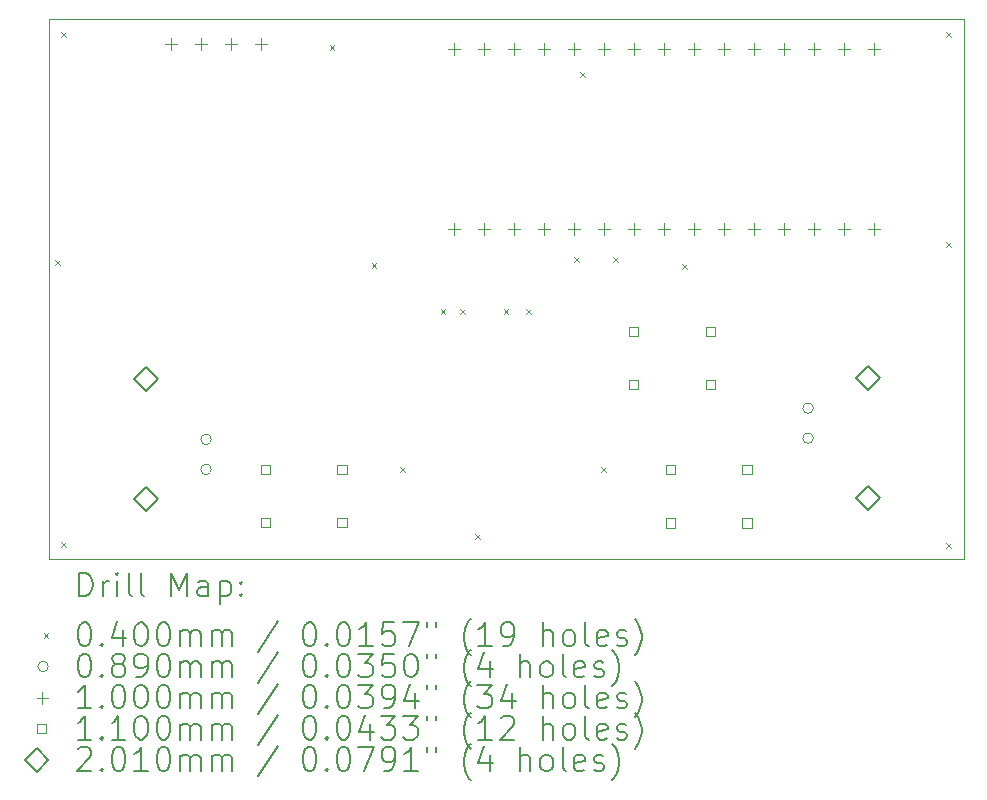
<source format=gbr>
%TF.GenerationSoftware,KiCad,Pcbnew,7.0.10*%
%TF.CreationDate,2024-02-22T19:55:19+01:00*%
%TF.ProjectId,Unibias,556e6962-6961-4732-9e6b-696361645f70,rev?*%
%TF.SameCoordinates,Original*%
%TF.FileFunction,Drillmap*%
%TF.FilePolarity,Positive*%
%FSLAX45Y45*%
G04 Gerber Fmt 4.5, Leading zero omitted, Abs format (unit mm)*
G04 Created by KiCad (PCBNEW 7.0.10) date 2024-02-22 19:55:19*
%MOMM*%
%LPD*%
G01*
G04 APERTURE LIST*
%ADD10C,0.050000*%
%ADD11C,0.200000*%
%ADD12C,0.100000*%
%ADD13C,0.110000*%
%ADD14C,0.201000*%
G04 APERTURE END LIST*
D10*
X12065000Y-10668000D02*
X12065000Y-6096000D01*
X19812000Y-10668000D02*
X12065000Y-10668000D01*
X12065000Y-6096000D02*
X19812000Y-6096000D01*
X19812000Y-6096000D02*
X19812000Y-10668000D01*
D11*
D12*
X12121200Y-8133400D02*
X12161200Y-8173400D01*
X12161200Y-8133400D02*
X12121200Y-8173400D01*
X12172000Y-6203000D02*
X12212000Y-6243000D01*
X12212000Y-6203000D02*
X12172000Y-6243000D01*
X12172000Y-10521000D02*
X12212000Y-10561000D01*
X12212000Y-10521000D02*
X12172000Y-10561000D01*
X14445300Y-6317300D02*
X14485300Y-6357300D01*
X14485300Y-6317300D02*
X14445300Y-6357300D01*
X14800900Y-8158800D02*
X14840900Y-8198800D01*
X14840900Y-8158800D02*
X14800900Y-8198800D01*
X15042200Y-9886000D02*
X15082200Y-9926000D01*
X15082200Y-9886000D02*
X15042200Y-9926000D01*
X15385100Y-8552500D02*
X15425100Y-8592500D01*
X15425100Y-8552500D02*
X15385100Y-8592500D01*
X15550200Y-8552500D02*
X15590200Y-8592500D01*
X15590200Y-8552500D02*
X15550200Y-8592500D01*
X15677200Y-10457500D02*
X15717200Y-10497500D01*
X15717200Y-10457500D02*
X15677200Y-10497500D01*
X15918500Y-8552500D02*
X15958500Y-8592500D01*
X15958500Y-8552500D02*
X15918500Y-8592500D01*
X16109000Y-8552500D02*
X16149000Y-8592500D01*
X16149000Y-8552500D02*
X16109000Y-8592500D01*
X16515400Y-8108000D02*
X16555400Y-8148000D01*
X16555400Y-8108000D02*
X16515400Y-8148000D01*
X16566200Y-6545900D02*
X16606200Y-6585900D01*
X16606200Y-6545900D02*
X16566200Y-6585900D01*
X16744000Y-9886000D02*
X16784000Y-9926000D01*
X16784000Y-9886000D02*
X16744000Y-9926000D01*
X16845600Y-8108000D02*
X16885600Y-8148000D01*
X16885600Y-8108000D02*
X16845600Y-8148000D01*
X17429800Y-8171500D02*
X17469800Y-8211500D01*
X17469800Y-8171500D02*
X17429800Y-8211500D01*
X19665000Y-6203000D02*
X19705000Y-6243000D01*
X19705000Y-6203000D02*
X19665000Y-6243000D01*
X19665000Y-7981000D02*
X19705000Y-8021000D01*
X19705000Y-7981000D02*
X19665000Y-8021000D01*
X19665000Y-10533700D02*
X19705000Y-10573700D01*
X19705000Y-10533700D02*
X19665000Y-10573700D01*
X13442500Y-9652000D02*
G75*
G03*
X13353500Y-9652000I-44500J0D01*
G01*
X13353500Y-9652000D02*
G75*
G03*
X13442500Y-9652000I44500J0D01*
G01*
X13442500Y-9906000D02*
G75*
G03*
X13353500Y-9906000I-44500J0D01*
G01*
X13353500Y-9906000D02*
G75*
G03*
X13442500Y-9906000I44500J0D01*
G01*
X18539500Y-9388000D02*
G75*
G03*
X18450500Y-9388000I-44500J0D01*
G01*
X18450500Y-9388000D02*
G75*
G03*
X18539500Y-9388000I44500J0D01*
G01*
X18539500Y-9642000D02*
G75*
G03*
X18450500Y-9642000I-44500J0D01*
G01*
X18450500Y-9642000D02*
G75*
G03*
X18539500Y-9642000I44500J0D01*
G01*
X13100000Y-6256000D02*
X13100000Y-6356000D01*
X13050000Y-6306000D02*
X13150000Y-6306000D01*
X13354000Y-6256000D02*
X13354000Y-6356000D01*
X13304000Y-6306000D02*
X13404000Y-6306000D01*
X13608000Y-6256000D02*
X13608000Y-6356000D01*
X13558000Y-6306000D02*
X13658000Y-6306000D01*
X13862000Y-6256000D02*
X13862000Y-6356000D01*
X13812000Y-6306000D02*
X13912000Y-6306000D01*
X15494000Y-6300000D02*
X15494000Y-6400000D01*
X15444000Y-6350000D02*
X15544000Y-6350000D01*
X15494000Y-7824000D02*
X15494000Y-7924000D01*
X15444000Y-7874000D02*
X15544000Y-7874000D01*
X15748000Y-6300000D02*
X15748000Y-6400000D01*
X15698000Y-6350000D02*
X15798000Y-6350000D01*
X15748000Y-7824000D02*
X15748000Y-7924000D01*
X15698000Y-7874000D02*
X15798000Y-7874000D01*
X16002000Y-6300000D02*
X16002000Y-6400000D01*
X15952000Y-6350000D02*
X16052000Y-6350000D01*
X16002000Y-7824000D02*
X16002000Y-7924000D01*
X15952000Y-7874000D02*
X16052000Y-7874000D01*
X16256000Y-6300000D02*
X16256000Y-6400000D01*
X16206000Y-6350000D02*
X16306000Y-6350000D01*
X16256000Y-7824000D02*
X16256000Y-7924000D01*
X16206000Y-7874000D02*
X16306000Y-7874000D01*
X16510000Y-6300000D02*
X16510000Y-6400000D01*
X16460000Y-6350000D02*
X16560000Y-6350000D01*
X16510000Y-7824000D02*
X16510000Y-7924000D01*
X16460000Y-7874000D02*
X16560000Y-7874000D01*
X16764000Y-6300000D02*
X16764000Y-6400000D01*
X16714000Y-6350000D02*
X16814000Y-6350000D01*
X16764000Y-7824000D02*
X16764000Y-7924000D01*
X16714000Y-7874000D02*
X16814000Y-7874000D01*
X17018000Y-6300000D02*
X17018000Y-6400000D01*
X16968000Y-6350000D02*
X17068000Y-6350000D01*
X17018000Y-7824000D02*
X17018000Y-7924000D01*
X16968000Y-7874000D02*
X17068000Y-7874000D01*
X17272000Y-6300000D02*
X17272000Y-6400000D01*
X17222000Y-6350000D02*
X17322000Y-6350000D01*
X17272000Y-7824000D02*
X17272000Y-7924000D01*
X17222000Y-7874000D02*
X17322000Y-7874000D01*
X17526000Y-6300000D02*
X17526000Y-6400000D01*
X17476000Y-6350000D02*
X17576000Y-6350000D01*
X17526000Y-7824000D02*
X17526000Y-7924000D01*
X17476000Y-7874000D02*
X17576000Y-7874000D01*
X17780000Y-6300000D02*
X17780000Y-6400000D01*
X17730000Y-6350000D02*
X17830000Y-6350000D01*
X17780000Y-7824000D02*
X17780000Y-7924000D01*
X17730000Y-7874000D02*
X17830000Y-7874000D01*
X18034000Y-6300000D02*
X18034000Y-6400000D01*
X17984000Y-6350000D02*
X18084000Y-6350000D01*
X18034000Y-7824000D02*
X18034000Y-7924000D01*
X17984000Y-7874000D02*
X18084000Y-7874000D01*
X18288000Y-6300000D02*
X18288000Y-6400000D01*
X18238000Y-6350000D02*
X18338000Y-6350000D01*
X18288000Y-7824000D02*
X18288000Y-7924000D01*
X18238000Y-7874000D02*
X18338000Y-7874000D01*
X18542000Y-6300000D02*
X18542000Y-6400000D01*
X18492000Y-6350000D02*
X18592000Y-6350000D01*
X18542000Y-7824000D02*
X18542000Y-7924000D01*
X18492000Y-7874000D02*
X18592000Y-7874000D01*
X18796000Y-6300000D02*
X18796000Y-6400000D01*
X18746000Y-6350000D02*
X18846000Y-6350000D01*
X18796000Y-7824000D02*
X18796000Y-7924000D01*
X18746000Y-7874000D02*
X18846000Y-7874000D01*
X19050000Y-6300000D02*
X19050000Y-6400000D01*
X19000000Y-6350000D02*
X19100000Y-6350000D01*
X19050000Y-7824000D02*
X19050000Y-7924000D01*
X19000000Y-7874000D02*
X19100000Y-7874000D01*
D13*
X13937891Y-9944891D02*
X13937891Y-9867109D01*
X13860109Y-9867109D01*
X13860109Y-9944891D01*
X13937891Y-9944891D01*
X13937891Y-10394891D02*
X13937891Y-10317109D01*
X13860109Y-10317109D01*
X13860109Y-10394891D01*
X13937891Y-10394891D01*
X14587891Y-9944891D02*
X14587891Y-9867109D01*
X14510109Y-9867109D01*
X14510109Y-9944891D01*
X14587891Y-9944891D01*
X14587891Y-10394891D02*
X14587891Y-10317109D01*
X14510109Y-10317109D01*
X14510109Y-10394891D01*
X14587891Y-10394891D01*
X17056891Y-8776491D02*
X17056891Y-8698709D01*
X16979109Y-8698709D01*
X16979109Y-8776491D01*
X17056891Y-8776491D01*
X17056891Y-9226491D02*
X17056891Y-9148709D01*
X16979109Y-9148709D01*
X16979109Y-9226491D01*
X17056891Y-9226491D01*
X17366891Y-9948491D02*
X17366891Y-9870709D01*
X17289109Y-9870709D01*
X17289109Y-9948491D01*
X17366891Y-9948491D01*
X17366891Y-10398491D02*
X17366891Y-10320709D01*
X17289109Y-10320709D01*
X17289109Y-10398491D01*
X17366891Y-10398491D01*
X17706891Y-8776491D02*
X17706891Y-8698709D01*
X17629109Y-8698709D01*
X17629109Y-8776491D01*
X17706891Y-8776491D01*
X17706891Y-9226491D02*
X17706891Y-9148709D01*
X17629109Y-9148709D01*
X17629109Y-9226491D01*
X17706891Y-9226491D01*
X18016891Y-9948491D02*
X18016891Y-9870709D01*
X17939109Y-9870709D01*
X17939109Y-9948491D01*
X18016891Y-9948491D01*
X18016891Y-10398491D02*
X18016891Y-10320709D01*
X17939109Y-10320709D01*
X17939109Y-10398491D01*
X18016891Y-10398491D01*
D14*
X12890000Y-9244500D02*
X12990500Y-9144000D01*
X12890000Y-9043500D01*
X12789500Y-9144000D01*
X12890000Y-9244500D01*
X12890000Y-10260500D02*
X12990500Y-10160000D01*
X12890000Y-10059500D01*
X12789500Y-10160000D01*
X12890000Y-10260500D01*
X19003000Y-9234500D02*
X19103500Y-9134000D01*
X19003000Y-9033500D01*
X18902500Y-9134000D01*
X19003000Y-9234500D01*
X19003000Y-10250500D02*
X19103500Y-10150000D01*
X19003000Y-10049500D01*
X18902500Y-10150000D01*
X19003000Y-10250500D01*
D11*
X12323277Y-10981984D02*
X12323277Y-10781984D01*
X12323277Y-10781984D02*
X12370896Y-10781984D01*
X12370896Y-10781984D02*
X12399467Y-10791508D01*
X12399467Y-10791508D02*
X12418515Y-10810555D01*
X12418515Y-10810555D02*
X12428039Y-10829603D01*
X12428039Y-10829603D02*
X12437562Y-10867698D01*
X12437562Y-10867698D02*
X12437562Y-10896270D01*
X12437562Y-10896270D02*
X12428039Y-10934365D01*
X12428039Y-10934365D02*
X12418515Y-10953412D01*
X12418515Y-10953412D02*
X12399467Y-10972460D01*
X12399467Y-10972460D02*
X12370896Y-10981984D01*
X12370896Y-10981984D02*
X12323277Y-10981984D01*
X12523277Y-10981984D02*
X12523277Y-10848650D01*
X12523277Y-10886746D02*
X12532801Y-10867698D01*
X12532801Y-10867698D02*
X12542324Y-10858174D01*
X12542324Y-10858174D02*
X12561372Y-10848650D01*
X12561372Y-10848650D02*
X12580420Y-10848650D01*
X12647086Y-10981984D02*
X12647086Y-10848650D01*
X12647086Y-10781984D02*
X12637562Y-10791508D01*
X12637562Y-10791508D02*
X12647086Y-10801031D01*
X12647086Y-10801031D02*
X12656610Y-10791508D01*
X12656610Y-10791508D02*
X12647086Y-10781984D01*
X12647086Y-10781984D02*
X12647086Y-10801031D01*
X12770896Y-10981984D02*
X12751848Y-10972460D01*
X12751848Y-10972460D02*
X12742324Y-10953412D01*
X12742324Y-10953412D02*
X12742324Y-10781984D01*
X12875658Y-10981984D02*
X12856610Y-10972460D01*
X12856610Y-10972460D02*
X12847086Y-10953412D01*
X12847086Y-10953412D02*
X12847086Y-10781984D01*
X13104229Y-10981984D02*
X13104229Y-10781984D01*
X13104229Y-10781984D02*
X13170896Y-10924841D01*
X13170896Y-10924841D02*
X13237562Y-10781984D01*
X13237562Y-10781984D02*
X13237562Y-10981984D01*
X13418515Y-10981984D02*
X13418515Y-10877222D01*
X13418515Y-10877222D02*
X13408991Y-10858174D01*
X13408991Y-10858174D02*
X13389943Y-10848650D01*
X13389943Y-10848650D02*
X13351848Y-10848650D01*
X13351848Y-10848650D02*
X13332801Y-10858174D01*
X13418515Y-10972460D02*
X13399467Y-10981984D01*
X13399467Y-10981984D02*
X13351848Y-10981984D01*
X13351848Y-10981984D02*
X13332801Y-10972460D01*
X13332801Y-10972460D02*
X13323277Y-10953412D01*
X13323277Y-10953412D02*
X13323277Y-10934365D01*
X13323277Y-10934365D02*
X13332801Y-10915317D01*
X13332801Y-10915317D02*
X13351848Y-10905793D01*
X13351848Y-10905793D02*
X13399467Y-10905793D01*
X13399467Y-10905793D02*
X13418515Y-10896270D01*
X13513753Y-10848650D02*
X13513753Y-11048650D01*
X13513753Y-10858174D02*
X13532801Y-10848650D01*
X13532801Y-10848650D02*
X13570896Y-10848650D01*
X13570896Y-10848650D02*
X13589943Y-10858174D01*
X13589943Y-10858174D02*
X13599467Y-10867698D01*
X13599467Y-10867698D02*
X13608991Y-10886746D01*
X13608991Y-10886746D02*
X13608991Y-10943889D01*
X13608991Y-10943889D02*
X13599467Y-10962936D01*
X13599467Y-10962936D02*
X13589943Y-10972460D01*
X13589943Y-10972460D02*
X13570896Y-10981984D01*
X13570896Y-10981984D02*
X13532801Y-10981984D01*
X13532801Y-10981984D02*
X13513753Y-10972460D01*
X13694705Y-10962936D02*
X13704229Y-10972460D01*
X13704229Y-10972460D02*
X13694705Y-10981984D01*
X13694705Y-10981984D02*
X13685182Y-10972460D01*
X13685182Y-10972460D02*
X13694705Y-10962936D01*
X13694705Y-10962936D02*
X13694705Y-10981984D01*
X13694705Y-10858174D02*
X13704229Y-10867698D01*
X13704229Y-10867698D02*
X13694705Y-10877222D01*
X13694705Y-10877222D02*
X13685182Y-10867698D01*
X13685182Y-10867698D02*
X13694705Y-10858174D01*
X13694705Y-10858174D02*
X13694705Y-10877222D01*
D12*
X12022500Y-11290500D02*
X12062500Y-11330500D01*
X12062500Y-11290500D02*
X12022500Y-11330500D01*
D11*
X12361372Y-11201984D02*
X12380420Y-11201984D01*
X12380420Y-11201984D02*
X12399467Y-11211508D01*
X12399467Y-11211508D02*
X12408991Y-11221031D01*
X12408991Y-11221031D02*
X12418515Y-11240079D01*
X12418515Y-11240079D02*
X12428039Y-11278174D01*
X12428039Y-11278174D02*
X12428039Y-11325793D01*
X12428039Y-11325793D02*
X12418515Y-11363888D01*
X12418515Y-11363888D02*
X12408991Y-11382936D01*
X12408991Y-11382936D02*
X12399467Y-11392460D01*
X12399467Y-11392460D02*
X12380420Y-11401984D01*
X12380420Y-11401984D02*
X12361372Y-11401984D01*
X12361372Y-11401984D02*
X12342324Y-11392460D01*
X12342324Y-11392460D02*
X12332801Y-11382936D01*
X12332801Y-11382936D02*
X12323277Y-11363888D01*
X12323277Y-11363888D02*
X12313753Y-11325793D01*
X12313753Y-11325793D02*
X12313753Y-11278174D01*
X12313753Y-11278174D02*
X12323277Y-11240079D01*
X12323277Y-11240079D02*
X12332801Y-11221031D01*
X12332801Y-11221031D02*
X12342324Y-11211508D01*
X12342324Y-11211508D02*
X12361372Y-11201984D01*
X12513753Y-11382936D02*
X12523277Y-11392460D01*
X12523277Y-11392460D02*
X12513753Y-11401984D01*
X12513753Y-11401984D02*
X12504229Y-11392460D01*
X12504229Y-11392460D02*
X12513753Y-11382936D01*
X12513753Y-11382936D02*
X12513753Y-11401984D01*
X12694705Y-11268650D02*
X12694705Y-11401984D01*
X12647086Y-11192460D02*
X12599467Y-11335317D01*
X12599467Y-11335317D02*
X12723277Y-11335317D01*
X12837562Y-11201984D02*
X12856610Y-11201984D01*
X12856610Y-11201984D02*
X12875658Y-11211508D01*
X12875658Y-11211508D02*
X12885182Y-11221031D01*
X12885182Y-11221031D02*
X12894705Y-11240079D01*
X12894705Y-11240079D02*
X12904229Y-11278174D01*
X12904229Y-11278174D02*
X12904229Y-11325793D01*
X12904229Y-11325793D02*
X12894705Y-11363888D01*
X12894705Y-11363888D02*
X12885182Y-11382936D01*
X12885182Y-11382936D02*
X12875658Y-11392460D01*
X12875658Y-11392460D02*
X12856610Y-11401984D01*
X12856610Y-11401984D02*
X12837562Y-11401984D01*
X12837562Y-11401984D02*
X12818515Y-11392460D01*
X12818515Y-11392460D02*
X12808991Y-11382936D01*
X12808991Y-11382936D02*
X12799467Y-11363888D01*
X12799467Y-11363888D02*
X12789943Y-11325793D01*
X12789943Y-11325793D02*
X12789943Y-11278174D01*
X12789943Y-11278174D02*
X12799467Y-11240079D01*
X12799467Y-11240079D02*
X12808991Y-11221031D01*
X12808991Y-11221031D02*
X12818515Y-11211508D01*
X12818515Y-11211508D02*
X12837562Y-11201984D01*
X13028039Y-11201984D02*
X13047086Y-11201984D01*
X13047086Y-11201984D02*
X13066134Y-11211508D01*
X13066134Y-11211508D02*
X13075658Y-11221031D01*
X13075658Y-11221031D02*
X13085182Y-11240079D01*
X13085182Y-11240079D02*
X13094705Y-11278174D01*
X13094705Y-11278174D02*
X13094705Y-11325793D01*
X13094705Y-11325793D02*
X13085182Y-11363888D01*
X13085182Y-11363888D02*
X13075658Y-11382936D01*
X13075658Y-11382936D02*
X13066134Y-11392460D01*
X13066134Y-11392460D02*
X13047086Y-11401984D01*
X13047086Y-11401984D02*
X13028039Y-11401984D01*
X13028039Y-11401984D02*
X13008991Y-11392460D01*
X13008991Y-11392460D02*
X12999467Y-11382936D01*
X12999467Y-11382936D02*
X12989943Y-11363888D01*
X12989943Y-11363888D02*
X12980420Y-11325793D01*
X12980420Y-11325793D02*
X12980420Y-11278174D01*
X12980420Y-11278174D02*
X12989943Y-11240079D01*
X12989943Y-11240079D02*
X12999467Y-11221031D01*
X12999467Y-11221031D02*
X13008991Y-11211508D01*
X13008991Y-11211508D02*
X13028039Y-11201984D01*
X13180420Y-11401984D02*
X13180420Y-11268650D01*
X13180420Y-11287698D02*
X13189943Y-11278174D01*
X13189943Y-11278174D02*
X13208991Y-11268650D01*
X13208991Y-11268650D02*
X13237563Y-11268650D01*
X13237563Y-11268650D02*
X13256610Y-11278174D01*
X13256610Y-11278174D02*
X13266134Y-11297222D01*
X13266134Y-11297222D02*
X13266134Y-11401984D01*
X13266134Y-11297222D02*
X13275658Y-11278174D01*
X13275658Y-11278174D02*
X13294705Y-11268650D01*
X13294705Y-11268650D02*
X13323277Y-11268650D01*
X13323277Y-11268650D02*
X13342324Y-11278174D01*
X13342324Y-11278174D02*
X13351848Y-11297222D01*
X13351848Y-11297222D02*
X13351848Y-11401984D01*
X13447086Y-11401984D02*
X13447086Y-11268650D01*
X13447086Y-11287698D02*
X13456610Y-11278174D01*
X13456610Y-11278174D02*
X13475658Y-11268650D01*
X13475658Y-11268650D02*
X13504229Y-11268650D01*
X13504229Y-11268650D02*
X13523277Y-11278174D01*
X13523277Y-11278174D02*
X13532801Y-11297222D01*
X13532801Y-11297222D02*
X13532801Y-11401984D01*
X13532801Y-11297222D02*
X13542324Y-11278174D01*
X13542324Y-11278174D02*
X13561372Y-11268650D01*
X13561372Y-11268650D02*
X13589943Y-11268650D01*
X13589943Y-11268650D02*
X13608991Y-11278174D01*
X13608991Y-11278174D02*
X13618515Y-11297222D01*
X13618515Y-11297222D02*
X13618515Y-11401984D01*
X14008991Y-11192460D02*
X13837563Y-11449603D01*
X14266134Y-11201984D02*
X14285182Y-11201984D01*
X14285182Y-11201984D02*
X14304229Y-11211508D01*
X14304229Y-11211508D02*
X14313753Y-11221031D01*
X14313753Y-11221031D02*
X14323277Y-11240079D01*
X14323277Y-11240079D02*
X14332801Y-11278174D01*
X14332801Y-11278174D02*
X14332801Y-11325793D01*
X14332801Y-11325793D02*
X14323277Y-11363888D01*
X14323277Y-11363888D02*
X14313753Y-11382936D01*
X14313753Y-11382936D02*
X14304229Y-11392460D01*
X14304229Y-11392460D02*
X14285182Y-11401984D01*
X14285182Y-11401984D02*
X14266134Y-11401984D01*
X14266134Y-11401984D02*
X14247086Y-11392460D01*
X14247086Y-11392460D02*
X14237563Y-11382936D01*
X14237563Y-11382936D02*
X14228039Y-11363888D01*
X14228039Y-11363888D02*
X14218515Y-11325793D01*
X14218515Y-11325793D02*
X14218515Y-11278174D01*
X14218515Y-11278174D02*
X14228039Y-11240079D01*
X14228039Y-11240079D02*
X14237563Y-11221031D01*
X14237563Y-11221031D02*
X14247086Y-11211508D01*
X14247086Y-11211508D02*
X14266134Y-11201984D01*
X14418515Y-11382936D02*
X14428039Y-11392460D01*
X14428039Y-11392460D02*
X14418515Y-11401984D01*
X14418515Y-11401984D02*
X14408991Y-11392460D01*
X14408991Y-11392460D02*
X14418515Y-11382936D01*
X14418515Y-11382936D02*
X14418515Y-11401984D01*
X14551848Y-11201984D02*
X14570896Y-11201984D01*
X14570896Y-11201984D02*
X14589944Y-11211508D01*
X14589944Y-11211508D02*
X14599467Y-11221031D01*
X14599467Y-11221031D02*
X14608991Y-11240079D01*
X14608991Y-11240079D02*
X14618515Y-11278174D01*
X14618515Y-11278174D02*
X14618515Y-11325793D01*
X14618515Y-11325793D02*
X14608991Y-11363888D01*
X14608991Y-11363888D02*
X14599467Y-11382936D01*
X14599467Y-11382936D02*
X14589944Y-11392460D01*
X14589944Y-11392460D02*
X14570896Y-11401984D01*
X14570896Y-11401984D02*
X14551848Y-11401984D01*
X14551848Y-11401984D02*
X14532801Y-11392460D01*
X14532801Y-11392460D02*
X14523277Y-11382936D01*
X14523277Y-11382936D02*
X14513753Y-11363888D01*
X14513753Y-11363888D02*
X14504229Y-11325793D01*
X14504229Y-11325793D02*
X14504229Y-11278174D01*
X14504229Y-11278174D02*
X14513753Y-11240079D01*
X14513753Y-11240079D02*
X14523277Y-11221031D01*
X14523277Y-11221031D02*
X14532801Y-11211508D01*
X14532801Y-11211508D02*
X14551848Y-11201984D01*
X14808991Y-11401984D02*
X14694706Y-11401984D01*
X14751848Y-11401984D02*
X14751848Y-11201984D01*
X14751848Y-11201984D02*
X14732801Y-11230555D01*
X14732801Y-11230555D02*
X14713753Y-11249603D01*
X14713753Y-11249603D02*
X14694706Y-11259127D01*
X14989944Y-11201984D02*
X14894706Y-11201984D01*
X14894706Y-11201984D02*
X14885182Y-11297222D01*
X14885182Y-11297222D02*
X14894706Y-11287698D01*
X14894706Y-11287698D02*
X14913753Y-11278174D01*
X14913753Y-11278174D02*
X14961372Y-11278174D01*
X14961372Y-11278174D02*
X14980420Y-11287698D01*
X14980420Y-11287698D02*
X14989944Y-11297222D01*
X14989944Y-11297222D02*
X14999467Y-11316269D01*
X14999467Y-11316269D02*
X14999467Y-11363888D01*
X14999467Y-11363888D02*
X14989944Y-11382936D01*
X14989944Y-11382936D02*
X14980420Y-11392460D01*
X14980420Y-11392460D02*
X14961372Y-11401984D01*
X14961372Y-11401984D02*
X14913753Y-11401984D01*
X14913753Y-11401984D02*
X14894706Y-11392460D01*
X14894706Y-11392460D02*
X14885182Y-11382936D01*
X15066134Y-11201984D02*
X15199467Y-11201984D01*
X15199467Y-11201984D02*
X15113753Y-11401984D01*
X15266134Y-11201984D02*
X15266134Y-11240079D01*
X15342325Y-11201984D02*
X15342325Y-11240079D01*
X15637563Y-11478174D02*
X15628039Y-11468650D01*
X15628039Y-11468650D02*
X15608991Y-11440079D01*
X15608991Y-11440079D02*
X15599468Y-11421031D01*
X15599468Y-11421031D02*
X15589944Y-11392460D01*
X15589944Y-11392460D02*
X15580420Y-11344841D01*
X15580420Y-11344841D02*
X15580420Y-11306746D01*
X15580420Y-11306746D02*
X15589944Y-11259127D01*
X15589944Y-11259127D02*
X15599468Y-11230555D01*
X15599468Y-11230555D02*
X15608991Y-11211508D01*
X15608991Y-11211508D02*
X15628039Y-11182936D01*
X15628039Y-11182936D02*
X15637563Y-11173412D01*
X15818515Y-11401984D02*
X15704229Y-11401984D01*
X15761372Y-11401984D02*
X15761372Y-11201984D01*
X15761372Y-11201984D02*
X15742325Y-11230555D01*
X15742325Y-11230555D02*
X15723277Y-11249603D01*
X15723277Y-11249603D02*
X15704229Y-11259127D01*
X15913753Y-11401984D02*
X15951848Y-11401984D01*
X15951848Y-11401984D02*
X15970896Y-11392460D01*
X15970896Y-11392460D02*
X15980420Y-11382936D01*
X15980420Y-11382936D02*
X15999468Y-11354365D01*
X15999468Y-11354365D02*
X16008991Y-11316269D01*
X16008991Y-11316269D02*
X16008991Y-11240079D01*
X16008991Y-11240079D02*
X15999468Y-11221031D01*
X15999468Y-11221031D02*
X15989944Y-11211508D01*
X15989944Y-11211508D02*
X15970896Y-11201984D01*
X15970896Y-11201984D02*
X15932801Y-11201984D01*
X15932801Y-11201984D02*
X15913753Y-11211508D01*
X15913753Y-11211508D02*
X15904229Y-11221031D01*
X15904229Y-11221031D02*
X15894706Y-11240079D01*
X15894706Y-11240079D02*
X15894706Y-11287698D01*
X15894706Y-11287698D02*
X15904229Y-11306746D01*
X15904229Y-11306746D02*
X15913753Y-11316269D01*
X15913753Y-11316269D02*
X15932801Y-11325793D01*
X15932801Y-11325793D02*
X15970896Y-11325793D01*
X15970896Y-11325793D02*
X15989944Y-11316269D01*
X15989944Y-11316269D02*
X15999468Y-11306746D01*
X15999468Y-11306746D02*
X16008991Y-11287698D01*
X16247087Y-11401984D02*
X16247087Y-11201984D01*
X16332801Y-11401984D02*
X16332801Y-11297222D01*
X16332801Y-11297222D02*
X16323277Y-11278174D01*
X16323277Y-11278174D02*
X16304230Y-11268650D01*
X16304230Y-11268650D02*
X16275658Y-11268650D01*
X16275658Y-11268650D02*
X16256610Y-11278174D01*
X16256610Y-11278174D02*
X16247087Y-11287698D01*
X16456610Y-11401984D02*
X16437563Y-11392460D01*
X16437563Y-11392460D02*
X16428039Y-11382936D01*
X16428039Y-11382936D02*
X16418515Y-11363888D01*
X16418515Y-11363888D02*
X16418515Y-11306746D01*
X16418515Y-11306746D02*
X16428039Y-11287698D01*
X16428039Y-11287698D02*
X16437563Y-11278174D01*
X16437563Y-11278174D02*
X16456610Y-11268650D01*
X16456610Y-11268650D02*
X16485182Y-11268650D01*
X16485182Y-11268650D02*
X16504230Y-11278174D01*
X16504230Y-11278174D02*
X16513753Y-11287698D01*
X16513753Y-11287698D02*
X16523277Y-11306746D01*
X16523277Y-11306746D02*
X16523277Y-11363888D01*
X16523277Y-11363888D02*
X16513753Y-11382936D01*
X16513753Y-11382936D02*
X16504230Y-11392460D01*
X16504230Y-11392460D02*
X16485182Y-11401984D01*
X16485182Y-11401984D02*
X16456610Y-11401984D01*
X16637563Y-11401984D02*
X16618515Y-11392460D01*
X16618515Y-11392460D02*
X16608991Y-11373412D01*
X16608991Y-11373412D02*
X16608991Y-11201984D01*
X16789944Y-11392460D02*
X16770896Y-11401984D01*
X16770896Y-11401984D02*
X16732801Y-11401984D01*
X16732801Y-11401984D02*
X16713753Y-11392460D01*
X16713753Y-11392460D02*
X16704230Y-11373412D01*
X16704230Y-11373412D02*
X16704230Y-11297222D01*
X16704230Y-11297222D02*
X16713753Y-11278174D01*
X16713753Y-11278174D02*
X16732801Y-11268650D01*
X16732801Y-11268650D02*
X16770896Y-11268650D01*
X16770896Y-11268650D02*
X16789944Y-11278174D01*
X16789944Y-11278174D02*
X16799468Y-11297222D01*
X16799468Y-11297222D02*
X16799468Y-11316269D01*
X16799468Y-11316269D02*
X16704230Y-11335317D01*
X16875658Y-11392460D02*
X16894706Y-11401984D01*
X16894706Y-11401984D02*
X16932801Y-11401984D01*
X16932801Y-11401984D02*
X16951849Y-11392460D01*
X16951849Y-11392460D02*
X16961373Y-11373412D01*
X16961373Y-11373412D02*
X16961373Y-11363888D01*
X16961373Y-11363888D02*
X16951849Y-11344841D01*
X16951849Y-11344841D02*
X16932801Y-11335317D01*
X16932801Y-11335317D02*
X16904230Y-11335317D01*
X16904230Y-11335317D02*
X16885182Y-11325793D01*
X16885182Y-11325793D02*
X16875658Y-11306746D01*
X16875658Y-11306746D02*
X16875658Y-11297222D01*
X16875658Y-11297222D02*
X16885182Y-11278174D01*
X16885182Y-11278174D02*
X16904230Y-11268650D01*
X16904230Y-11268650D02*
X16932801Y-11268650D01*
X16932801Y-11268650D02*
X16951849Y-11278174D01*
X17028039Y-11478174D02*
X17037563Y-11468650D01*
X17037563Y-11468650D02*
X17056611Y-11440079D01*
X17056611Y-11440079D02*
X17066134Y-11421031D01*
X17066134Y-11421031D02*
X17075658Y-11392460D01*
X17075658Y-11392460D02*
X17085182Y-11344841D01*
X17085182Y-11344841D02*
X17085182Y-11306746D01*
X17085182Y-11306746D02*
X17075658Y-11259127D01*
X17075658Y-11259127D02*
X17066134Y-11230555D01*
X17066134Y-11230555D02*
X17056611Y-11211508D01*
X17056611Y-11211508D02*
X17037563Y-11182936D01*
X17037563Y-11182936D02*
X17028039Y-11173412D01*
D12*
X12062500Y-11574500D02*
G75*
G03*
X11973500Y-11574500I-44500J0D01*
G01*
X11973500Y-11574500D02*
G75*
G03*
X12062500Y-11574500I44500J0D01*
G01*
D11*
X12361372Y-11465984D02*
X12380420Y-11465984D01*
X12380420Y-11465984D02*
X12399467Y-11475508D01*
X12399467Y-11475508D02*
X12408991Y-11485031D01*
X12408991Y-11485031D02*
X12418515Y-11504079D01*
X12418515Y-11504079D02*
X12428039Y-11542174D01*
X12428039Y-11542174D02*
X12428039Y-11589793D01*
X12428039Y-11589793D02*
X12418515Y-11627888D01*
X12418515Y-11627888D02*
X12408991Y-11646936D01*
X12408991Y-11646936D02*
X12399467Y-11656460D01*
X12399467Y-11656460D02*
X12380420Y-11665984D01*
X12380420Y-11665984D02*
X12361372Y-11665984D01*
X12361372Y-11665984D02*
X12342324Y-11656460D01*
X12342324Y-11656460D02*
X12332801Y-11646936D01*
X12332801Y-11646936D02*
X12323277Y-11627888D01*
X12323277Y-11627888D02*
X12313753Y-11589793D01*
X12313753Y-11589793D02*
X12313753Y-11542174D01*
X12313753Y-11542174D02*
X12323277Y-11504079D01*
X12323277Y-11504079D02*
X12332801Y-11485031D01*
X12332801Y-11485031D02*
X12342324Y-11475508D01*
X12342324Y-11475508D02*
X12361372Y-11465984D01*
X12513753Y-11646936D02*
X12523277Y-11656460D01*
X12523277Y-11656460D02*
X12513753Y-11665984D01*
X12513753Y-11665984D02*
X12504229Y-11656460D01*
X12504229Y-11656460D02*
X12513753Y-11646936D01*
X12513753Y-11646936D02*
X12513753Y-11665984D01*
X12637562Y-11551698D02*
X12618515Y-11542174D01*
X12618515Y-11542174D02*
X12608991Y-11532650D01*
X12608991Y-11532650D02*
X12599467Y-11513603D01*
X12599467Y-11513603D02*
X12599467Y-11504079D01*
X12599467Y-11504079D02*
X12608991Y-11485031D01*
X12608991Y-11485031D02*
X12618515Y-11475508D01*
X12618515Y-11475508D02*
X12637562Y-11465984D01*
X12637562Y-11465984D02*
X12675658Y-11465984D01*
X12675658Y-11465984D02*
X12694705Y-11475508D01*
X12694705Y-11475508D02*
X12704229Y-11485031D01*
X12704229Y-11485031D02*
X12713753Y-11504079D01*
X12713753Y-11504079D02*
X12713753Y-11513603D01*
X12713753Y-11513603D02*
X12704229Y-11532650D01*
X12704229Y-11532650D02*
X12694705Y-11542174D01*
X12694705Y-11542174D02*
X12675658Y-11551698D01*
X12675658Y-11551698D02*
X12637562Y-11551698D01*
X12637562Y-11551698D02*
X12618515Y-11561222D01*
X12618515Y-11561222D02*
X12608991Y-11570746D01*
X12608991Y-11570746D02*
X12599467Y-11589793D01*
X12599467Y-11589793D02*
X12599467Y-11627888D01*
X12599467Y-11627888D02*
X12608991Y-11646936D01*
X12608991Y-11646936D02*
X12618515Y-11656460D01*
X12618515Y-11656460D02*
X12637562Y-11665984D01*
X12637562Y-11665984D02*
X12675658Y-11665984D01*
X12675658Y-11665984D02*
X12694705Y-11656460D01*
X12694705Y-11656460D02*
X12704229Y-11646936D01*
X12704229Y-11646936D02*
X12713753Y-11627888D01*
X12713753Y-11627888D02*
X12713753Y-11589793D01*
X12713753Y-11589793D02*
X12704229Y-11570746D01*
X12704229Y-11570746D02*
X12694705Y-11561222D01*
X12694705Y-11561222D02*
X12675658Y-11551698D01*
X12808991Y-11665984D02*
X12847086Y-11665984D01*
X12847086Y-11665984D02*
X12866134Y-11656460D01*
X12866134Y-11656460D02*
X12875658Y-11646936D01*
X12875658Y-11646936D02*
X12894705Y-11618365D01*
X12894705Y-11618365D02*
X12904229Y-11580269D01*
X12904229Y-11580269D02*
X12904229Y-11504079D01*
X12904229Y-11504079D02*
X12894705Y-11485031D01*
X12894705Y-11485031D02*
X12885182Y-11475508D01*
X12885182Y-11475508D02*
X12866134Y-11465984D01*
X12866134Y-11465984D02*
X12828039Y-11465984D01*
X12828039Y-11465984D02*
X12808991Y-11475508D01*
X12808991Y-11475508D02*
X12799467Y-11485031D01*
X12799467Y-11485031D02*
X12789943Y-11504079D01*
X12789943Y-11504079D02*
X12789943Y-11551698D01*
X12789943Y-11551698D02*
X12799467Y-11570746D01*
X12799467Y-11570746D02*
X12808991Y-11580269D01*
X12808991Y-11580269D02*
X12828039Y-11589793D01*
X12828039Y-11589793D02*
X12866134Y-11589793D01*
X12866134Y-11589793D02*
X12885182Y-11580269D01*
X12885182Y-11580269D02*
X12894705Y-11570746D01*
X12894705Y-11570746D02*
X12904229Y-11551698D01*
X13028039Y-11465984D02*
X13047086Y-11465984D01*
X13047086Y-11465984D02*
X13066134Y-11475508D01*
X13066134Y-11475508D02*
X13075658Y-11485031D01*
X13075658Y-11485031D02*
X13085182Y-11504079D01*
X13085182Y-11504079D02*
X13094705Y-11542174D01*
X13094705Y-11542174D02*
X13094705Y-11589793D01*
X13094705Y-11589793D02*
X13085182Y-11627888D01*
X13085182Y-11627888D02*
X13075658Y-11646936D01*
X13075658Y-11646936D02*
X13066134Y-11656460D01*
X13066134Y-11656460D02*
X13047086Y-11665984D01*
X13047086Y-11665984D02*
X13028039Y-11665984D01*
X13028039Y-11665984D02*
X13008991Y-11656460D01*
X13008991Y-11656460D02*
X12999467Y-11646936D01*
X12999467Y-11646936D02*
X12989943Y-11627888D01*
X12989943Y-11627888D02*
X12980420Y-11589793D01*
X12980420Y-11589793D02*
X12980420Y-11542174D01*
X12980420Y-11542174D02*
X12989943Y-11504079D01*
X12989943Y-11504079D02*
X12999467Y-11485031D01*
X12999467Y-11485031D02*
X13008991Y-11475508D01*
X13008991Y-11475508D02*
X13028039Y-11465984D01*
X13180420Y-11665984D02*
X13180420Y-11532650D01*
X13180420Y-11551698D02*
X13189943Y-11542174D01*
X13189943Y-11542174D02*
X13208991Y-11532650D01*
X13208991Y-11532650D02*
X13237563Y-11532650D01*
X13237563Y-11532650D02*
X13256610Y-11542174D01*
X13256610Y-11542174D02*
X13266134Y-11561222D01*
X13266134Y-11561222D02*
X13266134Y-11665984D01*
X13266134Y-11561222D02*
X13275658Y-11542174D01*
X13275658Y-11542174D02*
X13294705Y-11532650D01*
X13294705Y-11532650D02*
X13323277Y-11532650D01*
X13323277Y-11532650D02*
X13342324Y-11542174D01*
X13342324Y-11542174D02*
X13351848Y-11561222D01*
X13351848Y-11561222D02*
X13351848Y-11665984D01*
X13447086Y-11665984D02*
X13447086Y-11532650D01*
X13447086Y-11551698D02*
X13456610Y-11542174D01*
X13456610Y-11542174D02*
X13475658Y-11532650D01*
X13475658Y-11532650D02*
X13504229Y-11532650D01*
X13504229Y-11532650D02*
X13523277Y-11542174D01*
X13523277Y-11542174D02*
X13532801Y-11561222D01*
X13532801Y-11561222D02*
X13532801Y-11665984D01*
X13532801Y-11561222D02*
X13542324Y-11542174D01*
X13542324Y-11542174D02*
X13561372Y-11532650D01*
X13561372Y-11532650D02*
X13589943Y-11532650D01*
X13589943Y-11532650D02*
X13608991Y-11542174D01*
X13608991Y-11542174D02*
X13618515Y-11561222D01*
X13618515Y-11561222D02*
X13618515Y-11665984D01*
X14008991Y-11456460D02*
X13837563Y-11713603D01*
X14266134Y-11465984D02*
X14285182Y-11465984D01*
X14285182Y-11465984D02*
X14304229Y-11475508D01*
X14304229Y-11475508D02*
X14313753Y-11485031D01*
X14313753Y-11485031D02*
X14323277Y-11504079D01*
X14323277Y-11504079D02*
X14332801Y-11542174D01*
X14332801Y-11542174D02*
X14332801Y-11589793D01*
X14332801Y-11589793D02*
X14323277Y-11627888D01*
X14323277Y-11627888D02*
X14313753Y-11646936D01*
X14313753Y-11646936D02*
X14304229Y-11656460D01*
X14304229Y-11656460D02*
X14285182Y-11665984D01*
X14285182Y-11665984D02*
X14266134Y-11665984D01*
X14266134Y-11665984D02*
X14247086Y-11656460D01*
X14247086Y-11656460D02*
X14237563Y-11646936D01*
X14237563Y-11646936D02*
X14228039Y-11627888D01*
X14228039Y-11627888D02*
X14218515Y-11589793D01*
X14218515Y-11589793D02*
X14218515Y-11542174D01*
X14218515Y-11542174D02*
X14228039Y-11504079D01*
X14228039Y-11504079D02*
X14237563Y-11485031D01*
X14237563Y-11485031D02*
X14247086Y-11475508D01*
X14247086Y-11475508D02*
X14266134Y-11465984D01*
X14418515Y-11646936D02*
X14428039Y-11656460D01*
X14428039Y-11656460D02*
X14418515Y-11665984D01*
X14418515Y-11665984D02*
X14408991Y-11656460D01*
X14408991Y-11656460D02*
X14418515Y-11646936D01*
X14418515Y-11646936D02*
X14418515Y-11665984D01*
X14551848Y-11465984D02*
X14570896Y-11465984D01*
X14570896Y-11465984D02*
X14589944Y-11475508D01*
X14589944Y-11475508D02*
X14599467Y-11485031D01*
X14599467Y-11485031D02*
X14608991Y-11504079D01*
X14608991Y-11504079D02*
X14618515Y-11542174D01*
X14618515Y-11542174D02*
X14618515Y-11589793D01*
X14618515Y-11589793D02*
X14608991Y-11627888D01*
X14608991Y-11627888D02*
X14599467Y-11646936D01*
X14599467Y-11646936D02*
X14589944Y-11656460D01*
X14589944Y-11656460D02*
X14570896Y-11665984D01*
X14570896Y-11665984D02*
X14551848Y-11665984D01*
X14551848Y-11665984D02*
X14532801Y-11656460D01*
X14532801Y-11656460D02*
X14523277Y-11646936D01*
X14523277Y-11646936D02*
X14513753Y-11627888D01*
X14513753Y-11627888D02*
X14504229Y-11589793D01*
X14504229Y-11589793D02*
X14504229Y-11542174D01*
X14504229Y-11542174D02*
X14513753Y-11504079D01*
X14513753Y-11504079D02*
X14523277Y-11485031D01*
X14523277Y-11485031D02*
X14532801Y-11475508D01*
X14532801Y-11475508D02*
X14551848Y-11465984D01*
X14685182Y-11465984D02*
X14808991Y-11465984D01*
X14808991Y-11465984D02*
X14742325Y-11542174D01*
X14742325Y-11542174D02*
X14770896Y-11542174D01*
X14770896Y-11542174D02*
X14789944Y-11551698D01*
X14789944Y-11551698D02*
X14799467Y-11561222D01*
X14799467Y-11561222D02*
X14808991Y-11580269D01*
X14808991Y-11580269D02*
X14808991Y-11627888D01*
X14808991Y-11627888D02*
X14799467Y-11646936D01*
X14799467Y-11646936D02*
X14789944Y-11656460D01*
X14789944Y-11656460D02*
X14770896Y-11665984D01*
X14770896Y-11665984D02*
X14713753Y-11665984D01*
X14713753Y-11665984D02*
X14694706Y-11656460D01*
X14694706Y-11656460D02*
X14685182Y-11646936D01*
X14989944Y-11465984D02*
X14894706Y-11465984D01*
X14894706Y-11465984D02*
X14885182Y-11561222D01*
X14885182Y-11561222D02*
X14894706Y-11551698D01*
X14894706Y-11551698D02*
X14913753Y-11542174D01*
X14913753Y-11542174D02*
X14961372Y-11542174D01*
X14961372Y-11542174D02*
X14980420Y-11551698D01*
X14980420Y-11551698D02*
X14989944Y-11561222D01*
X14989944Y-11561222D02*
X14999467Y-11580269D01*
X14999467Y-11580269D02*
X14999467Y-11627888D01*
X14999467Y-11627888D02*
X14989944Y-11646936D01*
X14989944Y-11646936D02*
X14980420Y-11656460D01*
X14980420Y-11656460D02*
X14961372Y-11665984D01*
X14961372Y-11665984D02*
X14913753Y-11665984D01*
X14913753Y-11665984D02*
X14894706Y-11656460D01*
X14894706Y-11656460D02*
X14885182Y-11646936D01*
X15123277Y-11465984D02*
X15142325Y-11465984D01*
X15142325Y-11465984D02*
X15161372Y-11475508D01*
X15161372Y-11475508D02*
X15170896Y-11485031D01*
X15170896Y-11485031D02*
X15180420Y-11504079D01*
X15180420Y-11504079D02*
X15189944Y-11542174D01*
X15189944Y-11542174D02*
X15189944Y-11589793D01*
X15189944Y-11589793D02*
X15180420Y-11627888D01*
X15180420Y-11627888D02*
X15170896Y-11646936D01*
X15170896Y-11646936D02*
X15161372Y-11656460D01*
X15161372Y-11656460D02*
X15142325Y-11665984D01*
X15142325Y-11665984D02*
X15123277Y-11665984D01*
X15123277Y-11665984D02*
X15104229Y-11656460D01*
X15104229Y-11656460D02*
X15094706Y-11646936D01*
X15094706Y-11646936D02*
X15085182Y-11627888D01*
X15085182Y-11627888D02*
X15075658Y-11589793D01*
X15075658Y-11589793D02*
X15075658Y-11542174D01*
X15075658Y-11542174D02*
X15085182Y-11504079D01*
X15085182Y-11504079D02*
X15094706Y-11485031D01*
X15094706Y-11485031D02*
X15104229Y-11475508D01*
X15104229Y-11475508D02*
X15123277Y-11465984D01*
X15266134Y-11465984D02*
X15266134Y-11504079D01*
X15342325Y-11465984D02*
X15342325Y-11504079D01*
X15637563Y-11742174D02*
X15628039Y-11732650D01*
X15628039Y-11732650D02*
X15608991Y-11704079D01*
X15608991Y-11704079D02*
X15599468Y-11685031D01*
X15599468Y-11685031D02*
X15589944Y-11656460D01*
X15589944Y-11656460D02*
X15580420Y-11608841D01*
X15580420Y-11608841D02*
X15580420Y-11570746D01*
X15580420Y-11570746D02*
X15589944Y-11523127D01*
X15589944Y-11523127D02*
X15599468Y-11494555D01*
X15599468Y-11494555D02*
X15608991Y-11475508D01*
X15608991Y-11475508D02*
X15628039Y-11446936D01*
X15628039Y-11446936D02*
X15637563Y-11437412D01*
X15799468Y-11532650D02*
X15799468Y-11665984D01*
X15751848Y-11456460D02*
X15704229Y-11599317D01*
X15704229Y-11599317D02*
X15828039Y-11599317D01*
X16056610Y-11665984D02*
X16056610Y-11465984D01*
X16142325Y-11665984D02*
X16142325Y-11561222D01*
X16142325Y-11561222D02*
X16132801Y-11542174D01*
X16132801Y-11542174D02*
X16113753Y-11532650D01*
X16113753Y-11532650D02*
X16085182Y-11532650D01*
X16085182Y-11532650D02*
X16066134Y-11542174D01*
X16066134Y-11542174D02*
X16056610Y-11551698D01*
X16266134Y-11665984D02*
X16247087Y-11656460D01*
X16247087Y-11656460D02*
X16237563Y-11646936D01*
X16237563Y-11646936D02*
X16228039Y-11627888D01*
X16228039Y-11627888D02*
X16228039Y-11570746D01*
X16228039Y-11570746D02*
X16237563Y-11551698D01*
X16237563Y-11551698D02*
X16247087Y-11542174D01*
X16247087Y-11542174D02*
X16266134Y-11532650D01*
X16266134Y-11532650D02*
X16294706Y-11532650D01*
X16294706Y-11532650D02*
X16313753Y-11542174D01*
X16313753Y-11542174D02*
X16323277Y-11551698D01*
X16323277Y-11551698D02*
X16332801Y-11570746D01*
X16332801Y-11570746D02*
X16332801Y-11627888D01*
X16332801Y-11627888D02*
X16323277Y-11646936D01*
X16323277Y-11646936D02*
X16313753Y-11656460D01*
X16313753Y-11656460D02*
X16294706Y-11665984D01*
X16294706Y-11665984D02*
X16266134Y-11665984D01*
X16447087Y-11665984D02*
X16428039Y-11656460D01*
X16428039Y-11656460D02*
X16418515Y-11637412D01*
X16418515Y-11637412D02*
X16418515Y-11465984D01*
X16599468Y-11656460D02*
X16580420Y-11665984D01*
X16580420Y-11665984D02*
X16542325Y-11665984D01*
X16542325Y-11665984D02*
X16523277Y-11656460D01*
X16523277Y-11656460D02*
X16513753Y-11637412D01*
X16513753Y-11637412D02*
X16513753Y-11561222D01*
X16513753Y-11561222D02*
X16523277Y-11542174D01*
X16523277Y-11542174D02*
X16542325Y-11532650D01*
X16542325Y-11532650D02*
X16580420Y-11532650D01*
X16580420Y-11532650D02*
X16599468Y-11542174D01*
X16599468Y-11542174D02*
X16608991Y-11561222D01*
X16608991Y-11561222D02*
X16608991Y-11580269D01*
X16608991Y-11580269D02*
X16513753Y-11599317D01*
X16685182Y-11656460D02*
X16704230Y-11665984D01*
X16704230Y-11665984D02*
X16742325Y-11665984D01*
X16742325Y-11665984D02*
X16761372Y-11656460D01*
X16761372Y-11656460D02*
X16770896Y-11637412D01*
X16770896Y-11637412D02*
X16770896Y-11627888D01*
X16770896Y-11627888D02*
X16761372Y-11608841D01*
X16761372Y-11608841D02*
X16742325Y-11599317D01*
X16742325Y-11599317D02*
X16713753Y-11599317D01*
X16713753Y-11599317D02*
X16694706Y-11589793D01*
X16694706Y-11589793D02*
X16685182Y-11570746D01*
X16685182Y-11570746D02*
X16685182Y-11561222D01*
X16685182Y-11561222D02*
X16694706Y-11542174D01*
X16694706Y-11542174D02*
X16713753Y-11532650D01*
X16713753Y-11532650D02*
X16742325Y-11532650D01*
X16742325Y-11532650D02*
X16761372Y-11542174D01*
X16837563Y-11742174D02*
X16847087Y-11732650D01*
X16847087Y-11732650D02*
X16866134Y-11704079D01*
X16866134Y-11704079D02*
X16875658Y-11685031D01*
X16875658Y-11685031D02*
X16885182Y-11656460D01*
X16885182Y-11656460D02*
X16894706Y-11608841D01*
X16894706Y-11608841D02*
X16894706Y-11570746D01*
X16894706Y-11570746D02*
X16885182Y-11523127D01*
X16885182Y-11523127D02*
X16875658Y-11494555D01*
X16875658Y-11494555D02*
X16866134Y-11475508D01*
X16866134Y-11475508D02*
X16847087Y-11446936D01*
X16847087Y-11446936D02*
X16837563Y-11437412D01*
D12*
X12012500Y-11788500D02*
X12012500Y-11888500D01*
X11962500Y-11838500D02*
X12062500Y-11838500D01*
D11*
X12428039Y-11929984D02*
X12313753Y-11929984D01*
X12370896Y-11929984D02*
X12370896Y-11729984D01*
X12370896Y-11729984D02*
X12351848Y-11758555D01*
X12351848Y-11758555D02*
X12332801Y-11777603D01*
X12332801Y-11777603D02*
X12313753Y-11787127D01*
X12513753Y-11910936D02*
X12523277Y-11920460D01*
X12523277Y-11920460D02*
X12513753Y-11929984D01*
X12513753Y-11929984D02*
X12504229Y-11920460D01*
X12504229Y-11920460D02*
X12513753Y-11910936D01*
X12513753Y-11910936D02*
X12513753Y-11929984D01*
X12647086Y-11729984D02*
X12666134Y-11729984D01*
X12666134Y-11729984D02*
X12685182Y-11739508D01*
X12685182Y-11739508D02*
X12694705Y-11749031D01*
X12694705Y-11749031D02*
X12704229Y-11768079D01*
X12704229Y-11768079D02*
X12713753Y-11806174D01*
X12713753Y-11806174D02*
X12713753Y-11853793D01*
X12713753Y-11853793D02*
X12704229Y-11891888D01*
X12704229Y-11891888D02*
X12694705Y-11910936D01*
X12694705Y-11910936D02*
X12685182Y-11920460D01*
X12685182Y-11920460D02*
X12666134Y-11929984D01*
X12666134Y-11929984D02*
X12647086Y-11929984D01*
X12647086Y-11929984D02*
X12628039Y-11920460D01*
X12628039Y-11920460D02*
X12618515Y-11910936D01*
X12618515Y-11910936D02*
X12608991Y-11891888D01*
X12608991Y-11891888D02*
X12599467Y-11853793D01*
X12599467Y-11853793D02*
X12599467Y-11806174D01*
X12599467Y-11806174D02*
X12608991Y-11768079D01*
X12608991Y-11768079D02*
X12618515Y-11749031D01*
X12618515Y-11749031D02*
X12628039Y-11739508D01*
X12628039Y-11739508D02*
X12647086Y-11729984D01*
X12837562Y-11729984D02*
X12856610Y-11729984D01*
X12856610Y-11729984D02*
X12875658Y-11739508D01*
X12875658Y-11739508D02*
X12885182Y-11749031D01*
X12885182Y-11749031D02*
X12894705Y-11768079D01*
X12894705Y-11768079D02*
X12904229Y-11806174D01*
X12904229Y-11806174D02*
X12904229Y-11853793D01*
X12904229Y-11853793D02*
X12894705Y-11891888D01*
X12894705Y-11891888D02*
X12885182Y-11910936D01*
X12885182Y-11910936D02*
X12875658Y-11920460D01*
X12875658Y-11920460D02*
X12856610Y-11929984D01*
X12856610Y-11929984D02*
X12837562Y-11929984D01*
X12837562Y-11929984D02*
X12818515Y-11920460D01*
X12818515Y-11920460D02*
X12808991Y-11910936D01*
X12808991Y-11910936D02*
X12799467Y-11891888D01*
X12799467Y-11891888D02*
X12789943Y-11853793D01*
X12789943Y-11853793D02*
X12789943Y-11806174D01*
X12789943Y-11806174D02*
X12799467Y-11768079D01*
X12799467Y-11768079D02*
X12808991Y-11749031D01*
X12808991Y-11749031D02*
X12818515Y-11739508D01*
X12818515Y-11739508D02*
X12837562Y-11729984D01*
X13028039Y-11729984D02*
X13047086Y-11729984D01*
X13047086Y-11729984D02*
X13066134Y-11739508D01*
X13066134Y-11739508D02*
X13075658Y-11749031D01*
X13075658Y-11749031D02*
X13085182Y-11768079D01*
X13085182Y-11768079D02*
X13094705Y-11806174D01*
X13094705Y-11806174D02*
X13094705Y-11853793D01*
X13094705Y-11853793D02*
X13085182Y-11891888D01*
X13085182Y-11891888D02*
X13075658Y-11910936D01*
X13075658Y-11910936D02*
X13066134Y-11920460D01*
X13066134Y-11920460D02*
X13047086Y-11929984D01*
X13047086Y-11929984D02*
X13028039Y-11929984D01*
X13028039Y-11929984D02*
X13008991Y-11920460D01*
X13008991Y-11920460D02*
X12999467Y-11910936D01*
X12999467Y-11910936D02*
X12989943Y-11891888D01*
X12989943Y-11891888D02*
X12980420Y-11853793D01*
X12980420Y-11853793D02*
X12980420Y-11806174D01*
X12980420Y-11806174D02*
X12989943Y-11768079D01*
X12989943Y-11768079D02*
X12999467Y-11749031D01*
X12999467Y-11749031D02*
X13008991Y-11739508D01*
X13008991Y-11739508D02*
X13028039Y-11729984D01*
X13180420Y-11929984D02*
X13180420Y-11796650D01*
X13180420Y-11815698D02*
X13189943Y-11806174D01*
X13189943Y-11806174D02*
X13208991Y-11796650D01*
X13208991Y-11796650D02*
X13237563Y-11796650D01*
X13237563Y-11796650D02*
X13256610Y-11806174D01*
X13256610Y-11806174D02*
X13266134Y-11825222D01*
X13266134Y-11825222D02*
X13266134Y-11929984D01*
X13266134Y-11825222D02*
X13275658Y-11806174D01*
X13275658Y-11806174D02*
X13294705Y-11796650D01*
X13294705Y-11796650D02*
X13323277Y-11796650D01*
X13323277Y-11796650D02*
X13342324Y-11806174D01*
X13342324Y-11806174D02*
X13351848Y-11825222D01*
X13351848Y-11825222D02*
X13351848Y-11929984D01*
X13447086Y-11929984D02*
X13447086Y-11796650D01*
X13447086Y-11815698D02*
X13456610Y-11806174D01*
X13456610Y-11806174D02*
X13475658Y-11796650D01*
X13475658Y-11796650D02*
X13504229Y-11796650D01*
X13504229Y-11796650D02*
X13523277Y-11806174D01*
X13523277Y-11806174D02*
X13532801Y-11825222D01*
X13532801Y-11825222D02*
X13532801Y-11929984D01*
X13532801Y-11825222D02*
X13542324Y-11806174D01*
X13542324Y-11806174D02*
X13561372Y-11796650D01*
X13561372Y-11796650D02*
X13589943Y-11796650D01*
X13589943Y-11796650D02*
X13608991Y-11806174D01*
X13608991Y-11806174D02*
X13618515Y-11825222D01*
X13618515Y-11825222D02*
X13618515Y-11929984D01*
X14008991Y-11720460D02*
X13837563Y-11977603D01*
X14266134Y-11729984D02*
X14285182Y-11729984D01*
X14285182Y-11729984D02*
X14304229Y-11739508D01*
X14304229Y-11739508D02*
X14313753Y-11749031D01*
X14313753Y-11749031D02*
X14323277Y-11768079D01*
X14323277Y-11768079D02*
X14332801Y-11806174D01*
X14332801Y-11806174D02*
X14332801Y-11853793D01*
X14332801Y-11853793D02*
X14323277Y-11891888D01*
X14323277Y-11891888D02*
X14313753Y-11910936D01*
X14313753Y-11910936D02*
X14304229Y-11920460D01*
X14304229Y-11920460D02*
X14285182Y-11929984D01*
X14285182Y-11929984D02*
X14266134Y-11929984D01*
X14266134Y-11929984D02*
X14247086Y-11920460D01*
X14247086Y-11920460D02*
X14237563Y-11910936D01*
X14237563Y-11910936D02*
X14228039Y-11891888D01*
X14228039Y-11891888D02*
X14218515Y-11853793D01*
X14218515Y-11853793D02*
X14218515Y-11806174D01*
X14218515Y-11806174D02*
X14228039Y-11768079D01*
X14228039Y-11768079D02*
X14237563Y-11749031D01*
X14237563Y-11749031D02*
X14247086Y-11739508D01*
X14247086Y-11739508D02*
X14266134Y-11729984D01*
X14418515Y-11910936D02*
X14428039Y-11920460D01*
X14428039Y-11920460D02*
X14418515Y-11929984D01*
X14418515Y-11929984D02*
X14408991Y-11920460D01*
X14408991Y-11920460D02*
X14418515Y-11910936D01*
X14418515Y-11910936D02*
X14418515Y-11929984D01*
X14551848Y-11729984D02*
X14570896Y-11729984D01*
X14570896Y-11729984D02*
X14589944Y-11739508D01*
X14589944Y-11739508D02*
X14599467Y-11749031D01*
X14599467Y-11749031D02*
X14608991Y-11768079D01*
X14608991Y-11768079D02*
X14618515Y-11806174D01*
X14618515Y-11806174D02*
X14618515Y-11853793D01*
X14618515Y-11853793D02*
X14608991Y-11891888D01*
X14608991Y-11891888D02*
X14599467Y-11910936D01*
X14599467Y-11910936D02*
X14589944Y-11920460D01*
X14589944Y-11920460D02*
X14570896Y-11929984D01*
X14570896Y-11929984D02*
X14551848Y-11929984D01*
X14551848Y-11929984D02*
X14532801Y-11920460D01*
X14532801Y-11920460D02*
X14523277Y-11910936D01*
X14523277Y-11910936D02*
X14513753Y-11891888D01*
X14513753Y-11891888D02*
X14504229Y-11853793D01*
X14504229Y-11853793D02*
X14504229Y-11806174D01*
X14504229Y-11806174D02*
X14513753Y-11768079D01*
X14513753Y-11768079D02*
X14523277Y-11749031D01*
X14523277Y-11749031D02*
X14532801Y-11739508D01*
X14532801Y-11739508D02*
X14551848Y-11729984D01*
X14685182Y-11729984D02*
X14808991Y-11729984D01*
X14808991Y-11729984D02*
X14742325Y-11806174D01*
X14742325Y-11806174D02*
X14770896Y-11806174D01*
X14770896Y-11806174D02*
X14789944Y-11815698D01*
X14789944Y-11815698D02*
X14799467Y-11825222D01*
X14799467Y-11825222D02*
X14808991Y-11844269D01*
X14808991Y-11844269D02*
X14808991Y-11891888D01*
X14808991Y-11891888D02*
X14799467Y-11910936D01*
X14799467Y-11910936D02*
X14789944Y-11920460D01*
X14789944Y-11920460D02*
X14770896Y-11929984D01*
X14770896Y-11929984D02*
X14713753Y-11929984D01*
X14713753Y-11929984D02*
X14694706Y-11920460D01*
X14694706Y-11920460D02*
X14685182Y-11910936D01*
X14904229Y-11929984D02*
X14942325Y-11929984D01*
X14942325Y-11929984D02*
X14961372Y-11920460D01*
X14961372Y-11920460D02*
X14970896Y-11910936D01*
X14970896Y-11910936D02*
X14989944Y-11882365D01*
X14989944Y-11882365D02*
X14999467Y-11844269D01*
X14999467Y-11844269D02*
X14999467Y-11768079D01*
X14999467Y-11768079D02*
X14989944Y-11749031D01*
X14989944Y-11749031D02*
X14980420Y-11739508D01*
X14980420Y-11739508D02*
X14961372Y-11729984D01*
X14961372Y-11729984D02*
X14923277Y-11729984D01*
X14923277Y-11729984D02*
X14904229Y-11739508D01*
X14904229Y-11739508D02*
X14894706Y-11749031D01*
X14894706Y-11749031D02*
X14885182Y-11768079D01*
X14885182Y-11768079D02*
X14885182Y-11815698D01*
X14885182Y-11815698D02*
X14894706Y-11834746D01*
X14894706Y-11834746D02*
X14904229Y-11844269D01*
X14904229Y-11844269D02*
X14923277Y-11853793D01*
X14923277Y-11853793D02*
X14961372Y-11853793D01*
X14961372Y-11853793D02*
X14980420Y-11844269D01*
X14980420Y-11844269D02*
X14989944Y-11834746D01*
X14989944Y-11834746D02*
X14999467Y-11815698D01*
X15170896Y-11796650D02*
X15170896Y-11929984D01*
X15123277Y-11720460D02*
X15075658Y-11863317D01*
X15075658Y-11863317D02*
X15199467Y-11863317D01*
X15266134Y-11729984D02*
X15266134Y-11768079D01*
X15342325Y-11729984D02*
X15342325Y-11768079D01*
X15637563Y-12006174D02*
X15628039Y-11996650D01*
X15628039Y-11996650D02*
X15608991Y-11968079D01*
X15608991Y-11968079D02*
X15599468Y-11949031D01*
X15599468Y-11949031D02*
X15589944Y-11920460D01*
X15589944Y-11920460D02*
X15580420Y-11872841D01*
X15580420Y-11872841D02*
X15580420Y-11834746D01*
X15580420Y-11834746D02*
X15589944Y-11787127D01*
X15589944Y-11787127D02*
X15599468Y-11758555D01*
X15599468Y-11758555D02*
X15608991Y-11739508D01*
X15608991Y-11739508D02*
X15628039Y-11710936D01*
X15628039Y-11710936D02*
X15637563Y-11701412D01*
X15694706Y-11729984D02*
X15818515Y-11729984D01*
X15818515Y-11729984D02*
X15751848Y-11806174D01*
X15751848Y-11806174D02*
X15780420Y-11806174D01*
X15780420Y-11806174D02*
X15799468Y-11815698D01*
X15799468Y-11815698D02*
X15808991Y-11825222D01*
X15808991Y-11825222D02*
X15818515Y-11844269D01*
X15818515Y-11844269D02*
X15818515Y-11891888D01*
X15818515Y-11891888D02*
X15808991Y-11910936D01*
X15808991Y-11910936D02*
X15799468Y-11920460D01*
X15799468Y-11920460D02*
X15780420Y-11929984D01*
X15780420Y-11929984D02*
X15723277Y-11929984D01*
X15723277Y-11929984D02*
X15704229Y-11920460D01*
X15704229Y-11920460D02*
X15694706Y-11910936D01*
X15989944Y-11796650D02*
X15989944Y-11929984D01*
X15942325Y-11720460D02*
X15894706Y-11863317D01*
X15894706Y-11863317D02*
X16018515Y-11863317D01*
X16247087Y-11929984D02*
X16247087Y-11729984D01*
X16332801Y-11929984D02*
X16332801Y-11825222D01*
X16332801Y-11825222D02*
X16323277Y-11806174D01*
X16323277Y-11806174D02*
X16304230Y-11796650D01*
X16304230Y-11796650D02*
X16275658Y-11796650D01*
X16275658Y-11796650D02*
X16256610Y-11806174D01*
X16256610Y-11806174D02*
X16247087Y-11815698D01*
X16456610Y-11929984D02*
X16437563Y-11920460D01*
X16437563Y-11920460D02*
X16428039Y-11910936D01*
X16428039Y-11910936D02*
X16418515Y-11891888D01*
X16418515Y-11891888D02*
X16418515Y-11834746D01*
X16418515Y-11834746D02*
X16428039Y-11815698D01*
X16428039Y-11815698D02*
X16437563Y-11806174D01*
X16437563Y-11806174D02*
X16456610Y-11796650D01*
X16456610Y-11796650D02*
X16485182Y-11796650D01*
X16485182Y-11796650D02*
X16504230Y-11806174D01*
X16504230Y-11806174D02*
X16513753Y-11815698D01*
X16513753Y-11815698D02*
X16523277Y-11834746D01*
X16523277Y-11834746D02*
X16523277Y-11891888D01*
X16523277Y-11891888D02*
X16513753Y-11910936D01*
X16513753Y-11910936D02*
X16504230Y-11920460D01*
X16504230Y-11920460D02*
X16485182Y-11929984D01*
X16485182Y-11929984D02*
X16456610Y-11929984D01*
X16637563Y-11929984D02*
X16618515Y-11920460D01*
X16618515Y-11920460D02*
X16608991Y-11901412D01*
X16608991Y-11901412D02*
X16608991Y-11729984D01*
X16789944Y-11920460D02*
X16770896Y-11929984D01*
X16770896Y-11929984D02*
X16732801Y-11929984D01*
X16732801Y-11929984D02*
X16713753Y-11920460D01*
X16713753Y-11920460D02*
X16704230Y-11901412D01*
X16704230Y-11901412D02*
X16704230Y-11825222D01*
X16704230Y-11825222D02*
X16713753Y-11806174D01*
X16713753Y-11806174D02*
X16732801Y-11796650D01*
X16732801Y-11796650D02*
X16770896Y-11796650D01*
X16770896Y-11796650D02*
X16789944Y-11806174D01*
X16789944Y-11806174D02*
X16799468Y-11825222D01*
X16799468Y-11825222D02*
X16799468Y-11844269D01*
X16799468Y-11844269D02*
X16704230Y-11863317D01*
X16875658Y-11920460D02*
X16894706Y-11929984D01*
X16894706Y-11929984D02*
X16932801Y-11929984D01*
X16932801Y-11929984D02*
X16951849Y-11920460D01*
X16951849Y-11920460D02*
X16961373Y-11901412D01*
X16961373Y-11901412D02*
X16961373Y-11891888D01*
X16961373Y-11891888D02*
X16951849Y-11872841D01*
X16951849Y-11872841D02*
X16932801Y-11863317D01*
X16932801Y-11863317D02*
X16904230Y-11863317D01*
X16904230Y-11863317D02*
X16885182Y-11853793D01*
X16885182Y-11853793D02*
X16875658Y-11834746D01*
X16875658Y-11834746D02*
X16875658Y-11825222D01*
X16875658Y-11825222D02*
X16885182Y-11806174D01*
X16885182Y-11806174D02*
X16904230Y-11796650D01*
X16904230Y-11796650D02*
X16932801Y-11796650D01*
X16932801Y-11796650D02*
X16951849Y-11806174D01*
X17028039Y-12006174D02*
X17037563Y-11996650D01*
X17037563Y-11996650D02*
X17056611Y-11968079D01*
X17056611Y-11968079D02*
X17066134Y-11949031D01*
X17066134Y-11949031D02*
X17075658Y-11920460D01*
X17075658Y-11920460D02*
X17085182Y-11872841D01*
X17085182Y-11872841D02*
X17085182Y-11834746D01*
X17085182Y-11834746D02*
X17075658Y-11787127D01*
X17075658Y-11787127D02*
X17066134Y-11758555D01*
X17066134Y-11758555D02*
X17056611Y-11739508D01*
X17056611Y-11739508D02*
X17037563Y-11710936D01*
X17037563Y-11710936D02*
X17028039Y-11701412D01*
D13*
X12046391Y-12141391D02*
X12046391Y-12063609D01*
X11968609Y-12063609D01*
X11968609Y-12141391D01*
X12046391Y-12141391D01*
D11*
X12428039Y-12193984D02*
X12313753Y-12193984D01*
X12370896Y-12193984D02*
X12370896Y-11993984D01*
X12370896Y-11993984D02*
X12351848Y-12022555D01*
X12351848Y-12022555D02*
X12332801Y-12041603D01*
X12332801Y-12041603D02*
X12313753Y-12051127D01*
X12513753Y-12174936D02*
X12523277Y-12184460D01*
X12523277Y-12184460D02*
X12513753Y-12193984D01*
X12513753Y-12193984D02*
X12504229Y-12184460D01*
X12504229Y-12184460D02*
X12513753Y-12174936D01*
X12513753Y-12174936D02*
X12513753Y-12193984D01*
X12713753Y-12193984D02*
X12599467Y-12193984D01*
X12656610Y-12193984D02*
X12656610Y-11993984D01*
X12656610Y-11993984D02*
X12637562Y-12022555D01*
X12637562Y-12022555D02*
X12618515Y-12041603D01*
X12618515Y-12041603D02*
X12599467Y-12051127D01*
X12837562Y-11993984D02*
X12856610Y-11993984D01*
X12856610Y-11993984D02*
X12875658Y-12003508D01*
X12875658Y-12003508D02*
X12885182Y-12013031D01*
X12885182Y-12013031D02*
X12894705Y-12032079D01*
X12894705Y-12032079D02*
X12904229Y-12070174D01*
X12904229Y-12070174D02*
X12904229Y-12117793D01*
X12904229Y-12117793D02*
X12894705Y-12155888D01*
X12894705Y-12155888D02*
X12885182Y-12174936D01*
X12885182Y-12174936D02*
X12875658Y-12184460D01*
X12875658Y-12184460D02*
X12856610Y-12193984D01*
X12856610Y-12193984D02*
X12837562Y-12193984D01*
X12837562Y-12193984D02*
X12818515Y-12184460D01*
X12818515Y-12184460D02*
X12808991Y-12174936D01*
X12808991Y-12174936D02*
X12799467Y-12155888D01*
X12799467Y-12155888D02*
X12789943Y-12117793D01*
X12789943Y-12117793D02*
X12789943Y-12070174D01*
X12789943Y-12070174D02*
X12799467Y-12032079D01*
X12799467Y-12032079D02*
X12808991Y-12013031D01*
X12808991Y-12013031D02*
X12818515Y-12003508D01*
X12818515Y-12003508D02*
X12837562Y-11993984D01*
X13028039Y-11993984D02*
X13047086Y-11993984D01*
X13047086Y-11993984D02*
X13066134Y-12003508D01*
X13066134Y-12003508D02*
X13075658Y-12013031D01*
X13075658Y-12013031D02*
X13085182Y-12032079D01*
X13085182Y-12032079D02*
X13094705Y-12070174D01*
X13094705Y-12070174D02*
X13094705Y-12117793D01*
X13094705Y-12117793D02*
X13085182Y-12155888D01*
X13085182Y-12155888D02*
X13075658Y-12174936D01*
X13075658Y-12174936D02*
X13066134Y-12184460D01*
X13066134Y-12184460D02*
X13047086Y-12193984D01*
X13047086Y-12193984D02*
X13028039Y-12193984D01*
X13028039Y-12193984D02*
X13008991Y-12184460D01*
X13008991Y-12184460D02*
X12999467Y-12174936D01*
X12999467Y-12174936D02*
X12989943Y-12155888D01*
X12989943Y-12155888D02*
X12980420Y-12117793D01*
X12980420Y-12117793D02*
X12980420Y-12070174D01*
X12980420Y-12070174D02*
X12989943Y-12032079D01*
X12989943Y-12032079D02*
X12999467Y-12013031D01*
X12999467Y-12013031D02*
X13008991Y-12003508D01*
X13008991Y-12003508D02*
X13028039Y-11993984D01*
X13180420Y-12193984D02*
X13180420Y-12060650D01*
X13180420Y-12079698D02*
X13189943Y-12070174D01*
X13189943Y-12070174D02*
X13208991Y-12060650D01*
X13208991Y-12060650D02*
X13237563Y-12060650D01*
X13237563Y-12060650D02*
X13256610Y-12070174D01*
X13256610Y-12070174D02*
X13266134Y-12089222D01*
X13266134Y-12089222D02*
X13266134Y-12193984D01*
X13266134Y-12089222D02*
X13275658Y-12070174D01*
X13275658Y-12070174D02*
X13294705Y-12060650D01*
X13294705Y-12060650D02*
X13323277Y-12060650D01*
X13323277Y-12060650D02*
X13342324Y-12070174D01*
X13342324Y-12070174D02*
X13351848Y-12089222D01*
X13351848Y-12089222D02*
X13351848Y-12193984D01*
X13447086Y-12193984D02*
X13447086Y-12060650D01*
X13447086Y-12079698D02*
X13456610Y-12070174D01*
X13456610Y-12070174D02*
X13475658Y-12060650D01*
X13475658Y-12060650D02*
X13504229Y-12060650D01*
X13504229Y-12060650D02*
X13523277Y-12070174D01*
X13523277Y-12070174D02*
X13532801Y-12089222D01*
X13532801Y-12089222D02*
X13532801Y-12193984D01*
X13532801Y-12089222D02*
X13542324Y-12070174D01*
X13542324Y-12070174D02*
X13561372Y-12060650D01*
X13561372Y-12060650D02*
X13589943Y-12060650D01*
X13589943Y-12060650D02*
X13608991Y-12070174D01*
X13608991Y-12070174D02*
X13618515Y-12089222D01*
X13618515Y-12089222D02*
X13618515Y-12193984D01*
X14008991Y-11984460D02*
X13837563Y-12241603D01*
X14266134Y-11993984D02*
X14285182Y-11993984D01*
X14285182Y-11993984D02*
X14304229Y-12003508D01*
X14304229Y-12003508D02*
X14313753Y-12013031D01*
X14313753Y-12013031D02*
X14323277Y-12032079D01*
X14323277Y-12032079D02*
X14332801Y-12070174D01*
X14332801Y-12070174D02*
X14332801Y-12117793D01*
X14332801Y-12117793D02*
X14323277Y-12155888D01*
X14323277Y-12155888D02*
X14313753Y-12174936D01*
X14313753Y-12174936D02*
X14304229Y-12184460D01*
X14304229Y-12184460D02*
X14285182Y-12193984D01*
X14285182Y-12193984D02*
X14266134Y-12193984D01*
X14266134Y-12193984D02*
X14247086Y-12184460D01*
X14247086Y-12184460D02*
X14237563Y-12174936D01*
X14237563Y-12174936D02*
X14228039Y-12155888D01*
X14228039Y-12155888D02*
X14218515Y-12117793D01*
X14218515Y-12117793D02*
X14218515Y-12070174D01*
X14218515Y-12070174D02*
X14228039Y-12032079D01*
X14228039Y-12032079D02*
X14237563Y-12013031D01*
X14237563Y-12013031D02*
X14247086Y-12003508D01*
X14247086Y-12003508D02*
X14266134Y-11993984D01*
X14418515Y-12174936D02*
X14428039Y-12184460D01*
X14428039Y-12184460D02*
X14418515Y-12193984D01*
X14418515Y-12193984D02*
X14408991Y-12184460D01*
X14408991Y-12184460D02*
X14418515Y-12174936D01*
X14418515Y-12174936D02*
X14418515Y-12193984D01*
X14551848Y-11993984D02*
X14570896Y-11993984D01*
X14570896Y-11993984D02*
X14589944Y-12003508D01*
X14589944Y-12003508D02*
X14599467Y-12013031D01*
X14599467Y-12013031D02*
X14608991Y-12032079D01*
X14608991Y-12032079D02*
X14618515Y-12070174D01*
X14618515Y-12070174D02*
X14618515Y-12117793D01*
X14618515Y-12117793D02*
X14608991Y-12155888D01*
X14608991Y-12155888D02*
X14599467Y-12174936D01*
X14599467Y-12174936D02*
X14589944Y-12184460D01*
X14589944Y-12184460D02*
X14570896Y-12193984D01*
X14570896Y-12193984D02*
X14551848Y-12193984D01*
X14551848Y-12193984D02*
X14532801Y-12184460D01*
X14532801Y-12184460D02*
X14523277Y-12174936D01*
X14523277Y-12174936D02*
X14513753Y-12155888D01*
X14513753Y-12155888D02*
X14504229Y-12117793D01*
X14504229Y-12117793D02*
X14504229Y-12070174D01*
X14504229Y-12070174D02*
X14513753Y-12032079D01*
X14513753Y-12032079D02*
X14523277Y-12013031D01*
X14523277Y-12013031D02*
X14532801Y-12003508D01*
X14532801Y-12003508D02*
X14551848Y-11993984D01*
X14789944Y-12060650D02*
X14789944Y-12193984D01*
X14742325Y-11984460D02*
X14694706Y-12127317D01*
X14694706Y-12127317D02*
X14818515Y-12127317D01*
X14875658Y-11993984D02*
X14999467Y-11993984D01*
X14999467Y-11993984D02*
X14932801Y-12070174D01*
X14932801Y-12070174D02*
X14961372Y-12070174D01*
X14961372Y-12070174D02*
X14980420Y-12079698D01*
X14980420Y-12079698D02*
X14989944Y-12089222D01*
X14989944Y-12089222D02*
X14999467Y-12108269D01*
X14999467Y-12108269D02*
X14999467Y-12155888D01*
X14999467Y-12155888D02*
X14989944Y-12174936D01*
X14989944Y-12174936D02*
X14980420Y-12184460D01*
X14980420Y-12184460D02*
X14961372Y-12193984D01*
X14961372Y-12193984D02*
X14904229Y-12193984D01*
X14904229Y-12193984D02*
X14885182Y-12184460D01*
X14885182Y-12184460D02*
X14875658Y-12174936D01*
X15066134Y-11993984D02*
X15189944Y-11993984D01*
X15189944Y-11993984D02*
X15123277Y-12070174D01*
X15123277Y-12070174D02*
X15151848Y-12070174D01*
X15151848Y-12070174D02*
X15170896Y-12079698D01*
X15170896Y-12079698D02*
X15180420Y-12089222D01*
X15180420Y-12089222D02*
X15189944Y-12108269D01*
X15189944Y-12108269D02*
X15189944Y-12155888D01*
X15189944Y-12155888D02*
X15180420Y-12174936D01*
X15180420Y-12174936D02*
X15170896Y-12184460D01*
X15170896Y-12184460D02*
X15151848Y-12193984D01*
X15151848Y-12193984D02*
X15094706Y-12193984D01*
X15094706Y-12193984D02*
X15075658Y-12184460D01*
X15075658Y-12184460D02*
X15066134Y-12174936D01*
X15266134Y-11993984D02*
X15266134Y-12032079D01*
X15342325Y-11993984D02*
X15342325Y-12032079D01*
X15637563Y-12270174D02*
X15628039Y-12260650D01*
X15628039Y-12260650D02*
X15608991Y-12232079D01*
X15608991Y-12232079D02*
X15599468Y-12213031D01*
X15599468Y-12213031D02*
X15589944Y-12184460D01*
X15589944Y-12184460D02*
X15580420Y-12136841D01*
X15580420Y-12136841D02*
X15580420Y-12098746D01*
X15580420Y-12098746D02*
X15589944Y-12051127D01*
X15589944Y-12051127D02*
X15599468Y-12022555D01*
X15599468Y-12022555D02*
X15608991Y-12003508D01*
X15608991Y-12003508D02*
X15628039Y-11974936D01*
X15628039Y-11974936D02*
X15637563Y-11965412D01*
X15818515Y-12193984D02*
X15704229Y-12193984D01*
X15761372Y-12193984D02*
X15761372Y-11993984D01*
X15761372Y-11993984D02*
X15742325Y-12022555D01*
X15742325Y-12022555D02*
X15723277Y-12041603D01*
X15723277Y-12041603D02*
X15704229Y-12051127D01*
X15894706Y-12013031D02*
X15904229Y-12003508D01*
X15904229Y-12003508D02*
X15923277Y-11993984D01*
X15923277Y-11993984D02*
X15970896Y-11993984D01*
X15970896Y-11993984D02*
X15989944Y-12003508D01*
X15989944Y-12003508D02*
X15999468Y-12013031D01*
X15999468Y-12013031D02*
X16008991Y-12032079D01*
X16008991Y-12032079D02*
X16008991Y-12051127D01*
X16008991Y-12051127D02*
X15999468Y-12079698D01*
X15999468Y-12079698D02*
X15885182Y-12193984D01*
X15885182Y-12193984D02*
X16008991Y-12193984D01*
X16247087Y-12193984D02*
X16247087Y-11993984D01*
X16332801Y-12193984D02*
X16332801Y-12089222D01*
X16332801Y-12089222D02*
X16323277Y-12070174D01*
X16323277Y-12070174D02*
X16304230Y-12060650D01*
X16304230Y-12060650D02*
X16275658Y-12060650D01*
X16275658Y-12060650D02*
X16256610Y-12070174D01*
X16256610Y-12070174D02*
X16247087Y-12079698D01*
X16456610Y-12193984D02*
X16437563Y-12184460D01*
X16437563Y-12184460D02*
X16428039Y-12174936D01*
X16428039Y-12174936D02*
X16418515Y-12155888D01*
X16418515Y-12155888D02*
X16418515Y-12098746D01*
X16418515Y-12098746D02*
X16428039Y-12079698D01*
X16428039Y-12079698D02*
X16437563Y-12070174D01*
X16437563Y-12070174D02*
X16456610Y-12060650D01*
X16456610Y-12060650D02*
X16485182Y-12060650D01*
X16485182Y-12060650D02*
X16504230Y-12070174D01*
X16504230Y-12070174D02*
X16513753Y-12079698D01*
X16513753Y-12079698D02*
X16523277Y-12098746D01*
X16523277Y-12098746D02*
X16523277Y-12155888D01*
X16523277Y-12155888D02*
X16513753Y-12174936D01*
X16513753Y-12174936D02*
X16504230Y-12184460D01*
X16504230Y-12184460D02*
X16485182Y-12193984D01*
X16485182Y-12193984D02*
X16456610Y-12193984D01*
X16637563Y-12193984D02*
X16618515Y-12184460D01*
X16618515Y-12184460D02*
X16608991Y-12165412D01*
X16608991Y-12165412D02*
X16608991Y-11993984D01*
X16789944Y-12184460D02*
X16770896Y-12193984D01*
X16770896Y-12193984D02*
X16732801Y-12193984D01*
X16732801Y-12193984D02*
X16713753Y-12184460D01*
X16713753Y-12184460D02*
X16704230Y-12165412D01*
X16704230Y-12165412D02*
X16704230Y-12089222D01*
X16704230Y-12089222D02*
X16713753Y-12070174D01*
X16713753Y-12070174D02*
X16732801Y-12060650D01*
X16732801Y-12060650D02*
X16770896Y-12060650D01*
X16770896Y-12060650D02*
X16789944Y-12070174D01*
X16789944Y-12070174D02*
X16799468Y-12089222D01*
X16799468Y-12089222D02*
X16799468Y-12108269D01*
X16799468Y-12108269D02*
X16704230Y-12127317D01*
X16875658Y-12184460D02*
X16894706Y-12193984D01*
X16894706Y-12193984D02*
X16932801Y-12193984D01*
X16932801Y-12193984D02*
X16951849Y-12184460D01*
X16951849Y-12184460D02*
X16961373Y-12165412D01*
X16961373Y-12165412D02*
X16961373Y-12155888D01*
X16961373Y-12155888D02*
X16951849Y-12136841D01*
X16951849Y-12136841D02*
X16932801Y-12127317D01*
X16932801Y-12127317D02*
X16904230Y-12127317D01*
X16904230Y-12127317D02*
X16885182Y-12117793D01*
X16885182Y-12117793D02*
X16875658Y-12098746D01*
X16875658Y-12098746D02*
X16875658Y-12089222D01*
X16875658Y-12089222D02*
X16885182Y-12070174D01*
X16885182Y-12070174D02*
X16904230Y-12060650D01*
X16904230Y-12060650D02*
X16932801Y-12060650D01*
X16932801Y-12060650D02*
X16951849Y-12070174D01*
X17028039Y-12270174D02*
X17037563Y-12260650D01*
X17037563Y-12260650D02*
X17056611Y-12232079D01*
X17056611Y-12232079D02*
X17066134Y-12213031D01*
X17066134Y-12213031D02*
X17075658Y-12184460D01*
X17075658Y-12184460D02*
X17085182Y-12136841D01*
X17085182Y-12136841D02*
X17085182Y-12098746D01*
X17085182Y-12098746D02*
X17075658Y-12051127D01*
X17075658Y-12051127D02*
X17066134Y-12022555D01*
X17066134Y-12022555D02*
X17056611Y-12003508D01*
X17056611Y-12003508D02*
X17037563Y-11974936D01*
X17037563Y-11974936D02*
X17028039Y-11965412D01*
X11962500Y-12466500D02*
X12062500Y-12366500D01*
X11962500Y-12266500D01*
X11862500Y-12366500D01*
X11962500Y-12466500D01*
X12313753Y-12277031D02*
X12323277Y-12267508D01*
X12323277Y-12267508D02*
X12342324Y-12257984D01*
X12342324Y-12257984D02*
X12389943Y-12257984D01*
X12389943Y-12257984D02*
X12408991Y-12267508D01*
X12408991Y-12267508D02*
X12418515Y-12277031D01*
X12418515Y-12277031D02*
X12428039Y-12296079D01*
X12428039Y-12296079D02*
X12428039Y-12315127D01*
X12428039Y-12315127D02*
X12418515Y-12343698D01*
X12418515Y-12343698D02*
X12304229Y-12457984D01*
X12304229Y-12457984D02*
X12428039Y-12457984D01*
X12513753Y-12438936D02*
X12523277Y-12448460D01*
X12523277Y-12448460D02*
X12513753Y-12457984D01*
X12513753Y-12457984D02*
X12504229Y-12448460D01*
X12504229Y-12448460D02*
X12513753Y-12438936D01*
X12513753Y-12438936D02*
X12513753Y-12457984D01*
X12647086Y-12257984D02*
X12666134Y-12257984D01*
X12666134Y-12257984D02*
X12685182Y-12267508D01*
X12685182Y-12267508D02*
X12694705Y-12277031D01*
X12694705Y-12277031D02*
X12704229Y-12296079D01*
X12704229Y-12296079D02*
X12713753Y-12334174D01*
X12713753Y-12334174D02*
X12713753Y-12381793D01*
X12713753Y-12381793D02*
X12704229Y-12419888D01*
X12704229Y-12419888D02*
X12694705Y-12438936D01*
X12694705Y-12438936D02*
X12685182Y-12448460D01*
X12685182Y-12448460D02*
X12666134Y-12457984D01*
X12666134Y-12457984D02*
X12647086Y-12457984D01*
X12647086Y-12457984D02*
X12628039Y-12448460D01*
X12628039Y-12448460D02*
X12618515Y-12438936D01*
X12618515Y-12438936D02*
X12608991Y-12419888D01*
X12608991Y-12419888D02*
X12599467Y-12381793D01*
X12599467Y-12381793D02*
X12599467Y-12334174D01*
X12599467Y-12334174D02*
X12608991Y-12296079D01*
X12608991Y-12296079D02*
X12618515Y-12277031D01*
X12618515Y-12277031D02*
X12628039Y-12267508D01*
X12628039Y-12267508D02*
X12647086Y-12257984D01*
X12904229Y-12457984D02*
X12789943Y-12457984D01*
X12847086Y-12457984D02*
X12847086Y-12257984D01*
X12847086Y-12257984D02*
X12828039Y-12286555D01*
X12828039Y-12286555D02*
X12808991Y-12305603D01*
X12808991Y-12305603D02*
X12789943Y-12315127D01*
X13028039Y-12257984D02*
X13047086Y-12257984D01*
X13047086Y-12257984D02*
X13066134Y-12267508D01*
X13066134Y-12267508D02*
X13075658Y-12277031D01*
X13075658Y-12277031D02*
X13085182Y-12296079D01*
X13085182Y-12296079D02*
X13094705Y-12334174D01*
X13094705Y-12334174D02*
X13094705Y-12381793D01*
X13094705Y-12381793D02*
X13085182Y-12419888D01*
X13085182Y-12419888D02*
X13075658Y-12438936D01*
X13075658Y-12438936D02*
X13066134Y-12448460D01*
X13066134Y-12448460D02*
X13047086Y-12457984D01*
X13047086Y-12457984D02*
X13028039Y-12457984D01*
X13028039Y-12457984D02*
X13008991Y-12448460D01*
X13008991Y-12448460D02*
X12999467Y-12438936D01*
X12999467Y-12438936D02*
X12989943Y-12419888D01*
X12989943Y-12419888D02*
X12980420Y-12381793D01*
X12980420Y-12381793D02*
X12980420Y-12334174D01*
X12980420Y-12334174D02*
X12989943Y-12296079D01*
X12989943Y-12296079D02*
X12999467Y-12277031D01*
X12999467Y-12277031D02*
X13008991Y-12267508D01*
X13008991Y-12267508D02*
X13028039Y-12257984D01*
X13180420Y-12457984D02*
X13180420Y-12324650D01*
X13180420Y-12343698D02*
X13189943Y-12334174D01*
X13189943Y-12334174D02*
X13208991Y-12324650D01*
X13208991Y-12324650D02*
X13237563Y-12324650D01*
X13237563Y-12324650D02*
X13256610Y-12334174D01*
X13256610Y-12334174D02*
X13266134Y-12353222D01*
X13266134Y-12353222D02*
X13266134Y-12457984D01*
X13266134Y-12353222D02*
X13275658Y-12334174D01*
X13275658Y-12334174D02*
X13294705Y-12324650D01*
X13294705Y-12324650D02*
X13323277Y-12324650D01*
X13323277Y-12324650D02*
X13342324Y-12334174D01*
X13342324Y-12334174D02*
X13351848Y-12353222D01*
X13351848Y-12353222D02*
X13351848Y-12457984D01*
X13447086Y-12457984D02*
X13447086Y-12324650D01*
X13447086Y-12343698D02*
X13456610Y-12334174D01*
X13456610Y-12334174D02*
X13475658Y-12324650D01*
X13475658Y-12324650D02*
X13504229Y-12324650D01*
X13504229Y-12324650D02*
X13523277Y-12334174D01*
X13523277Y-12334174D02*
X13532801Y-12353222D01*
X13532801Y-12353222D02*
X13532801Y-12457984D01*
X13532801Y-12353222D02*
X13542324Y-12334174D01*
X13542324Y-12334174D02*
X13561372Y-12324650D01*
X13561372Y-12324650D02*
X13589943Y-12324650D01*
X13589943Y-12324650D02*
X13608991Y-12334174D01*
X13608991Y-12334174D02*
X13618515Y-12353222D01*
X13618515Y-12353222D02*
X13618515Y-12457984D01*
X14008991Y-12248460D02*
X13837563Y-12505603D01*
X14266134Y-12257984D02*
X14285182Y-12257984D01*
X14285182Y-12257984D02*
X14304229Y-12267508D01*
X14304229Y-12267508D02*
X14313753Y-12277031D01*
X14313753Y-12277031D02*
X14323277Y-12296079D01*
X14323277Y-12296079D02*
X14332801Y-12334174D01*
X14332801Y-12334174D02*
X14332801Y-12381793D01*
X14332801Y-12381793D02*
X14323277Y-12419888D01*
X14323277Y-12419888D02*
X14313753Y-12438936D01*
X14313753Y-12438936D02*
X14304229Y-12448460D01*
X14304229Y-12448460D02*
X14285182Y-12457984D01*
X14285182Y-12457984D02*
X14266134Y-12457984D01*
X14266134Y-12457984D02*
X14247086Y-12448460D01*
X14247086Y-12448460D02*
X14237563Y-12438936D01*
X14237563Y-12438936D02*
X14228039Y-12419888D01*
X14228039Y-12419888D02*
X14218515Y-12381793D01*
X14218515Y-12381793D02*
X14218515Y-12334174D01*
X14218515Y-12334174D02*
X14228039Y-12296079D01*
X14228039Y-12296079D02*
X14237563Y-12277031D01*
X14237563Y-12277031D02*
X14247086Y-12267508D01*
X14247086Y-12267508D02*
X14266134Y-12257984D01*
X14418515Y-12438936D02*
X14428039Y-12448460D01*
X14428039Y-12448460D02*
X14418515Y-12457984D01*
X14418515Y-12457984D02*
X14408991Y-12448460D01*
X14408991Y-12448460D02*
X14418515Y-12438936D01*
X14418515Y-12438936D02*
X14418515Y-12457984D01*
X14551848Y-12257984D02*
X14570896Y-12257984D01*
X14570896Y-12257984D02*
X14589944Y-12267508D01*
X14589944Y-12267508D02*
X14599467Y-12277031D01*
X14599467Y-12277031D02*
X14608991Y-12296079D01*
X14608991Y-12296079D02*
X14618515Y-12334174D01*
X14618515Y-12334174D02*
X14618515Y-12381793D01*
X14618515Y-12381793D02*
X14608991Y-12419888D01*
X14608991Y-12419888D02*
X14599467Y-12438936D01*
X14599467Y-12438936D02*
X14589944Y-12448460D01*
X14589944Y-12448460D02*
X14570896Y-12457984D01*
X14570896Y-12457984D02*
X14551848Y-12457984D01*
X14551848Y-12457984D02*
X14532801Y-12448460D01*
X14532801Y-12448460D02*
X14523277Y-12438936D01*
X14523277Y-12438936D02*
X14513753Y-12419888D01*
X14513753Y-12419888D02*
X14504229Y-12381793D01*
X14504229Y-12381793D02*
X14504229Y-12334174D01*
X14504229Y-12334174D02*
X14513753Y-12296079D01*
X14513753Y-12296079D02*
X14523277Y-12277031D01*
X14523277Y-12277031D02*
X14532801Y-12267508D01*
X14532801Y-12267508D02*
X14551848Y-12257984D01*
X14685182Y-12257984D02*
X14818515Y-12257984D01*
X14818515Y-12257984D02*
X14732801Y-12457984D01*
X14904229Y-12457984D02*
X14942325Y-12457984D01*
X14942325Y-12457984D02*
X14961372Y-12448460D01*
X14961372Y-12448460D02*
X14970896Y-12438936D01*
X14970896Y-12438936D02*
X14989944Y-12410365D01*
X14989944Y-12410365D02*
X14999467Y-12372269D01*
X14999467Y-12372269D02*
X14999467Y-12296079D01*
X14999467Y-12296079D02*
X14989944Y-12277031D01*
X14989944Y-12277031D02*
X14980420Y-12267508D01*
X14980420Y-12267508D02*
X14961372Y-12257984D01*
X14961372Y-12257984D02*
X14923277Y-12257984D01*
X14923277Y-12257984D02*
X14904229Y-12267508D01*
X14904229Y-12267508D02*
X14894706Y-12277031D01*
X14894706Y-12277031D02*
X14885182Y-12296079D01*
X14885182Y-12296079D02*
X14885182Y-12343698D01*
X14885182Y-12343698D02*
X14894706Y-12362746D01*
X14894706Y-12362746D02*
X14904229Y-12372269D01*
X14904229Y-12372269D02*
X14923277Y-12381793D01*
X14923277Y-12381793D02*
X14961372Y-12381793D01*
X14961372Y-12381793D02*
X14980420Y-12372269D01*
X14980420Y-12372269D02*
X14989944Y-12362746D01*
X14989944Y-12362746D02*
X14999467Y-12343698D01*
X15189944Y-12457984D02*
X15075658Y-12457984D01*
X15132801Y-12457984D02*
X15132801Y-12257984D01*
X15132801Y-12257984D02*
X15113753Y-12286555D01*
X15113753Y-12286555D02*
X15094706Y-12305603D01*
X15094706Y-12305603D02*
X15075658Y-12315127D01*
X15266134Y-12257984D02*
X15266134Y-12296079D01*
X15342325Y-12257984D02*
X15342325Y-12296079D01*
X15637563Y-12534174D02*
X15628039Y-12524650D01*
X15628039Y-12524650D02*
X15608991Y-12496079D01*
X15608991Y-12496079D02*
X15599468Y-12477031D01*
X15599468Y-12477031D02*
X15589944Y-12448460D01*
X15589944Y-12448460D02*
X15580420Y-12400841D01*
X15580420Y-12400841D02*
X15580420Y-12362746D01*
X15580420Y-12362746D02*
X15589944Y-12315127D01*
X15589944Y-12315127D02*
X15599468Y-12286555D01*
X15599468Y-12286555D02*
X15608991Y-12267508D01*
X15608991Y-12267508D02*
X15628039Y-12238936D01*
X15628039Y-12238936D02*
X15637563Y-12229412D01*
X15799468Y-12324650D02*
X15799468Y-12457984D01*
X15751848Y-12248460D02*
X15704229Y-12391317D01*
X15704229Y-12391317D02*
X15828039Y-12391317D01*
X16056610Y-12457984D02*
X16056610Y-12257984D01*
X16142325Y-12457984D02*
X16142325Y-12353222D01*
X16142325Y-12353222D02*
X16132801Y-12334174D01*
X16132801Y-12334174D02*
X16113753Y-12324650D01*
X16113753Y-12324650D02*
X16085182Y-12324650D01*
X16085182Y-12324650D02*
X16066134Y-12334174D01*
X16066134Y-12334174D02*
X16056610Y-12343698D01*
X16266134Y-12457984D02*
X16247087Y-12448460D01*
X16247087Y-12448460D02*
X16237563Y-12438936D01*
X16237563Y-12438936D02*
X16228039Y-12419888D01*
X16228039Y-12419888D02*
X16228039Y-12362746D01*
X16228039Y-12362746D02*
X16237563Y-12343698D01*
X16237563Y-12343698D02*
X16247087Y-12334174D01*
X16247087Y-12334174D02*
X16266134Y-12324650D01*
X16266134Y-12324650D02*
X16294706Y-12324650D01*
X16294706Y-12324650D02*
X16313753Y-12334174D01*
X16313753Y-12334174D02*
X16323277Y-12343698D01*
X16323277Y-12343698D02*
X16332801Y-12362746D01*
X16332801Y-12362746D02*
X16332801Y-12419888D01*
X16332801Y-12419888D02*
X16323277Y-12438936D01*
X16323277Y-12438936D02*
X16313753Y-12448460D01*
X16313753Y-12448460D02*
X16294706Y-12457984D01*
X16294706Y-12457984D02*
X16266134Y-12457984D01*
X16447087Y-12457984D02*
X16428039Y-12448460D01*
X16428039Y-12448460D02*
X16418515Y-12429412D01*
X16418515Y-12429412D02*
X16418515Y-12257984D01*
X16599468Y-12448460D02*
X16580420Y-12457984D01*
X16580420Y-12457984D02*
X16542325Y-12457984D01*
X16542325Y-12457984D02*
X16523277Y-12448460D01*
X16523277Y-12448460D02*
X16513753Y-12429412D01*
X16513753Y-12429412D02*
X16513753Y-12353222D01*
X16513753Y-12353222D02*
X16523277Y-12334174D01*
X16523277Y-12334174D02*
X16542325Y-12324650D01*
X16542325Y-12324650D02*
X16580420Y-12324650D01*
X16580420Y-12324650D02*
X16599468Y-12334174D01*
X16599468Y-12334174D02*
X16608991Y-12353222D01*
X16608991Y-12353222D02*
X16608991Y-12372269D01*
X16608991Y-12372269D02*
X16513753Y-12391317D01*
X16685182Y-12448460D02*
X16704230Y-12457984D01*
X16704230Y-12457984D02*
X16742325Y-12457984D01*
X16742325Y-12457984D02*
X16761372Y-12448460D01*
X16761372Y-12448460D02*
X16770896Y-12429412D01*
X16770896Y-12429412D02*
X16770896Y-12419888D01*
X16770896Y-12419888D02*
X16761372Y-12400841D01*
X16761372Y-12400841D02*
X16742325Y-12391317D01*
X16742325Y-12391317D02*
X16713753Y-12391317D01*
X16713753Y-12391317D02*
X16694706Y-12381793D01*
X16694706Y-12381793D02*
X16685182Y-12362746D01*
X16685182Y-12362746D02*
X16685182Y-12353222D01*
X16685182Y-12353222D02*
X16694706Y-12334174D01*
X16694706Y-12334174D02*
X16713753Y-12324650D01*
X16713753Y-12324650D02*
X16742325Y-12324650D01*
X16742325Y-12324650D02*
X16761372Y-12334174D01*
X16837563Y-12534174D02*
X16847087Y-12524650D01*
X16847087Y-12524650D02*
X16866134Y-12496079D01*
X16866134Y-12496079D02*
X16875658Y-12477031D01*
X16875658Y-12477031D02*
X16885182Y-12448460D01*
X16885182Y-12448460D02*
X16894706Y-12400841D01*
X16894706Y-12400841D02*
X16894706Y-12362746D01*
X16894706Y-12362746D02*
X16885182Y-12315127D01*
X16885182Y-12315127D02*
X16875658Y-12286555D01*
X16875658Y-12286555D02*
X16866134Y-12267508D01*
X16866134Y-12267508D02*
X16847087Y-12238936D01*
X16847087Y-12238936D02*
X16837563Y-12229412D01*
M02*

</source>
